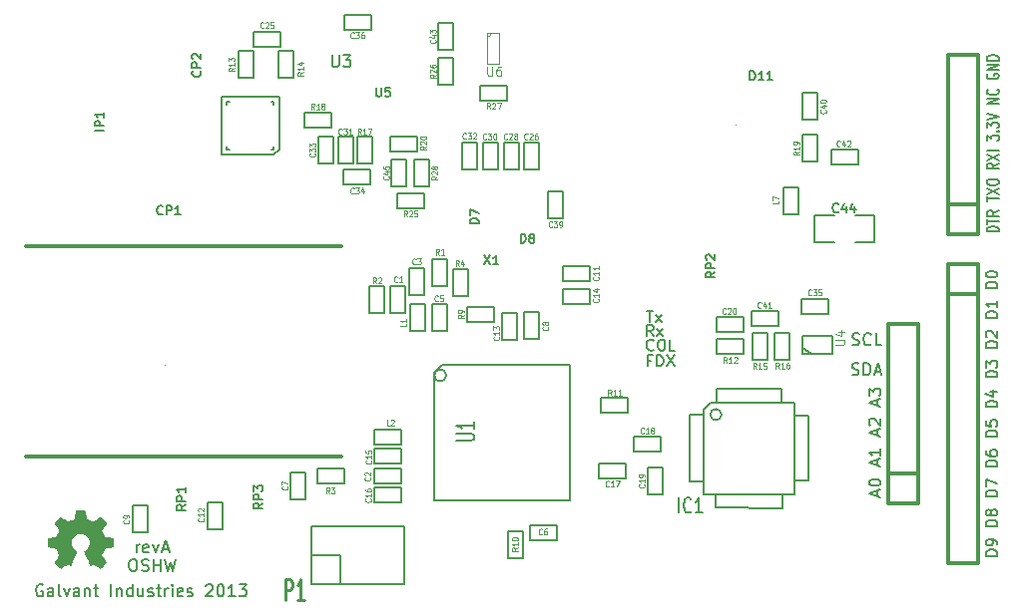
<source format=gto>
G04 (created by PCBNEW (2013-mar-13)-testing) date Sun 24 Mar 2013 04:17:42 PM EDT*
%MOIN*%
G04 Gerber Fmt 3.4, Leading zero omitted, Abs format*
%FSLAX34Y34*%
G01*
G70*
G90*
G04 APERTURE LIST*
%ADD10C,0.006*%
%ADD11C,0.0055*%
%ADD12C,0.012*%
%ADD13C,0.0001*%
%ADD14C,0.0079*%
%ADD15C,0.00590551*%
%ADD16C,0.0059*%
%ADD17C,0.005*%
%ADD18C,0.0031*%
%ADD19C,3.93701e-06*%
%ADD20C,4.72441e-06*%
%ADD21C,0.0107*%
%ADD22C,0.008*%
%ADD23C,0.003*%
%ADD24C,0.0047*%
%ADD25C,0.0045*%
G04 APERTURE END LIST*
G54D10*
X93091Y-35815D02*
X92968Y-35815D01*
X92968Y-36009D02*
X92968Y-35639D01*
X93144Y-35639D01*
X93285Y-36009D02*
X93285Y-35639D01*
X93373Y-35639D01*
X93426Y-35657D01*
X93461Y-35692D01*
X93479Y-35727D01*
X93496Y-35798D01*
X93496Y-35851D01*
X93479Y-35921D01*
X93461Y-35956D01*
X93426Y-35992D01*
X93373Y-36009D01*
X93285Y-36009D01*
X93620Y-35639D02*
X93866Y-36009D01*
X93866Y-35639D02*
X93620Y-36009D01*
X93170Y-35454D02*
X93153Y-35472D01*
X93100Y-35489D01*
X93065Y-35489D01*
X93012Y-35472D01*
X92977Y-35436D01*
X92959Y-35401D01*
X92941Y-35331D01*
X92941Y-35278D01*
X92959Y-35207D01*
X92977Y-35172D01*
X93012Y-35137D01*
X93065Y-35119D01*
X93100Y-35119D01*
X93153Y-35137D01*
X93170Y-35155D01*
X93400Y-35119D02*
X93470Y-35119D01*
X93505Y-35137D01*
X93540Y-35172D01*
X93558Y-35243D01*
X93558Y-35366D01*
X93540Y-35436D01*
X93505Y-35472D01*
X93470Y-35489D01*
X93400Y-35489D01*
X93364Y-35472D01*
X93329Y-35436D01*
X93311Y-35366D01*
X93311Y-35243D01*
X93329Y-35172D01*
X93364Y-35137D01*
X93400Y-35119D01*
X93893Y-35489D02*
X93717Y-35489D01*
X93717Y-35119D01*
X93164Y-34989D02*
X93041Y-34813D01*
X92953Y-34989D02*
X92953Y-34619D01*
X93094Y-34619D01*
X93129Y-34637D01*
X93147Y-34655D01*
X93164Y-34690D01*
X93164Y-34743D01*
X93147Y-34778D01*
X93129Y-34795D01*
X93094Y-34813D01*
X92953Y-34813D01*
X93288Y-34989D02*
X93481Y-34743D01*
X93288Y-34743D02*
X93481Y-34989D01*
X92944Y-34159D02*
X93155Y-34159D01*
X93050Y-34529D02*
X93050Y-34159D01*
X93244Y-34529D02*
X93437Y-34283D01*
X93244Y-34283D02*
X93437Y-34529D01*
G54D11*
X104699Y-31508D02*
X104305Y-31508D01*
X104305Y-31437D01*
X104324Y-31394D01*
X104361Y-31365D01*
X104399Y-31351D01*
X104474Y-31337D01*
X104530Y-31337D01*
X104605Y-31351D01*
X104643Y-31365D01*
X104680Y-31394D01*
X104699Y-31437D01*
X104699Y-31508D01*
X104305Y-31251D02*
X104305Y-31080D01*
X104699Y-31165D02*
X104305Y-31165D01*
X104699Y-30808D02*
X104511Y-30908D01*
X104699Y-30980D02*
X104305Y-30980D01*
X104305Y-30865D01*
X104324Y-30837D01*
X104343Y-30822D01*
X104380Y-30808D01*
X104436Y-30808D01*
X104474Y-30822D01*
X104493Y-30837D01*
X104511Y-30865D01*
X104511Y-30980D01*
X104305Y-30494D02*
X104305Y-30322D01*
X104699Y-30408D02*
X104305Y-30408D01*
X104305Y-30251D02*
X104699Y-30051D01*
X104305Y-30051D02*
X104699Y-30251D01*
X104305Y-29880D02*
X104305Y-29822D01*
X104324Y-29794D01*
X104361Y-29765D01*
X104436Y-29751D01*
X104568Y-29751D01*
X104643Y-29765D01*
X104680Y-29794D01*
X104699Y-29822D01*
X104699Y-29880D01*
X104680Y-29908D01*
X104643Y-29937D01*
X104568Y-29951D01*
X104436Y-29951D01*
X104361Y-29937D01*
X104324Y-29908D01*
X104305Y-29880D01*
X104699Y-29222D02*
X104511Y-29322D01*
X104699Y-29394D02*
X104305Y-29394D01*
X104305Y-29280D01*
X104324Y-29251D01*
X104343Y-29237D01*
X104380Y-29222D01*
X104436Y-29222D01*
X104474Y-29237D01*
X104493Y-29251D01*
X104511Y-29280D01*
X104511Y-29394D01*
X104305Y-29122D02*
X104699Y-28922D01*
X104305Y-28922D02*
X104699Y-29122D01*
X104699Y-28808D02*
X104305Y-28808D01*
X104305Y-28465D02*
X104305Y-28280D01*
X104455Y-28380D01*
X104455Y-28337D01*
X104474Y-28308D01*
X104493Y-28294D01*
X104530Y-28280D01*
X104624Y-28280D01*
X104661Y-28294D01*
X104680Y-28308D01*
X104699Y-28337D01*
X104699Y-28422D01*
X104680Y-28451D01*
X104661Y-28465D01*
X104661Y-28151D02*
X104680Y-28137D01*
X104699Y-28151D01*
X104680Y-28165D01*
X104661Y-28151D01*
X104699Y-28151D01*
X104305Y-28037D02*
X104305Y-27851D01*
X104455Y-27951D01*
X104455Y-27908D01*
X104474Y-27880D01*
X104493Y-27865D01*
X104530Y-27851D01*
X104624Y-27851D01*
X104661Y-27865D01*
X104680Y-27880D01*
X104699Y-27908D01*
X104699Y-27994D01*
X104680Y-28022D01*
X104661Y-28037D01*
X104305Y-27765D02*
X104699Y-27665D01*
X104305Y-27565D01*
X104699Y-27237D02*
X104305Y-27237D01*
X104699Y-27065D01*
X104305Y-27065D01*
X104661Y-26751D02*
X104680Y-26765D01*
X104699Y-26808D01*
X104699Y-26837D01*
X104680Y-26880D01*
X104643Y-26908D01*
X104605Y-26922D01*
X104530Y-26937D01*
X104474Y-26937D01*
X104399Y-26922D01*
X104361Y-26908D01*
X104324Y-26880D01*
X104305Y-26837D01*
X104305Y-26808D01*
X104324Y-26765D01*
X104343Y-26751D01*
X104324Y-26237D02*
X104305Y-26265D01*
X104305Y-26308D01*
X104324Y-26351D01*
X104361Y-26380D01*
X104399Y-26394D01*
X104474Y-26408D01*
X104530Y-26408D01*
X104605Y-26394D01*
X104643Y-26380D01*
X104680Y-26351D01*
X104699Y-26308D01*
X104699Y-26280D01*
X104680Y-26237D01*
X104661Y-26222D01*
X104530Y-26222D01*
X104530Y-26280D01*
X104699Y-26094D02*
X104305Y-26094D01*
X104699Y-25922D01*
X104305Y-25922D01*
X104699Y-25780D02*
X104305Y-25780D01*
X104305Y-25708D01*
X104324Y-25665D01*
X104361Y-25637D01*
X104399Y-25622D01*
X104474Y-25608D01*
X104530Y-25608D01*
X104605Y-25622D01*
X104643Y-25637D01*
X104680Y-25665D01*
X104699Y-25708D01*
X104699Y-25780D01*
G54D10*
X104659Y-42352D02*
X104265Y-42352D01*
X104265Y-42265D01*
X104284Y-42212D01*
X104321Y-42177D01*
X104359Y-42160D01*
X104434Y-42142D01*
X104490Y-42142D01*
X104565Y-42160D01*
X104603Y-42177D01*
X104640Y-42212D01*
X104659Y-42265D01*
X104659Y-42352D01*
X104659Y-41968D02*
X104659Y-41898D01*
X104640Y-41863D01*
X104621Y-41845D01*
X104565Y-41810D01*
X104490Y-41793D01*
X104340Y-41793D01*
X104303Y-41810D01*
X104284Y-41828D01*
X104265Y-41863D01*
X104265Y-41933D01*
X104284Y-41968D01*
X104303Y-41985D01*
X104340Y-42003D01*
X104434Y-42003D01*
X104471Y-41985D01*
X104490Y-41968D01*
X104509Y-41933D01*
X104509Y-41863D01*
X104490Y-41828D01*
X104471Y-41810D01*
X104434Y-41793D01*
X104659Y-41356D02*
X104265Y-41356D01*
X104265Y-41269D01*
X104284Y-41216D01*
X104321Y-41181D01*
X104359Y-41164D01*
X104434Y-41146D01*
X104490Y-41146D01*
X104565Y-41164D01*
X104603Y-41181D01*
X104640Y-41216D01*
X104659Y-41269D01*
X104659Y-41356D01*
X104434Y-40937D02*
X104415Y-40972D01*
X104396Y-40989D01*
X104359Y-41006D01*
X104340Y-41006D01*
X104303Y-40989D01*
X104284Y-40972D01*
X104265Y-40937D01*
X104265Y-40867D01*
X104284Y-40832D01*
X104303Y-40814D01*
X104340Y-40797D01*
X104359Y-40797D01*
X104396Y-40814D01*
X104415Y-40832D01*
X104434Y-40867D01*
X104434Y-40937D01*
X104453Y-40972D01*
X104471Y-40989D01*
X104509Y-41006D01*
X104584Y-41006D01*
X104621Y-40989D01*
X104640Y-40972D01*
X104659Y-40937D01*
X104659Y-40867D01*
X104640Y-40832D01*
X104621Y-40814D01*
X104584Y-40797D01*
X104509Y-40797D01*
X104471Y-40814D01*
X104453Y-40832D01*
X104434Y-40867D01*
X104659Y-40360D02*
X104265Y-40360D01*
X104265Y-40272D01*
X104284Y-40220D01*
X104321Y-40185D01*
X104359Y-40168D01*
X104434Y-40150D01*
X104490Y-40150D01*
X104565Y-40168D01*
X104603Y-40185D01*
X104640Y-40220D01*
X104659Y-40272D01*
X104659Y-40360D01*
X104265Y-40028D02*
X104265Y-39783D01*
X104659Y-39940D01*
X104659Y-39364D02*
X104265Y-39364D01*
X104265Y-39276D01*
X104284Y-39224D01*
X104321Y-39189D01*
X104359Y-39171D01*
X104434Y-39154D01*
X104490Y-39154D01*
X104565Y-39171D01*
X104603Y-39189D01*
X104640Y-39224D01*
X104659Y-39276D01*
X104659Y-39364D01*
X104265Y-38839D02*
X104265Y-38909D01*
X104284Y-38944D01*
X104303Y-38962D01*
X104359Y-38997D01*
X104434Y-39014D01*
X104584Y-39014D01*
X104621Y-38997D01*
X104640Y-38979D01*
X104659Y-38944D01*
X104659Y-38874D01*
X104640Y-38839D01*
X104621Y-38822D01*
X104584Y-38804D01*
X104490Y-38804D01*
X104453Y-38822D01*
X104434Y-38839D01*
X104415Y-38874D01*
X104415Y-38944D01*
X104434Y-38979D01*
X104453Y-38997D01*
X104490Y-39014D01*
X104659Y-38368D02*
X104265Y-38368D01*
X104265Y-38280D01*
X104284Y-38228D01*
X104321Y-38193D01*
X104359Y-38175D01*
X104434Y-38158D01*
X104490Y-38158D01*
X104565Y-38175D01*
X104603Y-38193D01*
X104640Y-38228D01*
X104659Y-38280D01*
X104659Y-38368D01*
X104265Y-37826D02*
X104265Y-38001D01*
X104453Y-38018D01*
X104434Y-38001D01*
X104415Y-37966D01*
X104415Y-37878D01*
X104434Y-37843D01*
X104453Y-37826D01*
X104490Y-37808D01*
X104584Y-37808D01*
X104621Y-37826D01*
X104640Y-37843D01*
X104659Y-37878D01*
X104659Y-37966D01*
X104640Y-38001D01*
X104621Y-38018D01*
X104659Y-37371D02*
X104265Y-37371D01*
X104265Y-37284D01*
X104284Y-37232D01*
X104321Y-37197D01*
X104359Y-37179D01*
X104434Y-37162D01*
X104490Y-37162D01*
X104565Y-37179D01*
X104603Y-37197D01*
X104640Y-37232D01*
X104659Y-37284D01*
X104659Y-37371D01*
X104396Y-36847D02*
X104659Y-36847D01*
X104246Y-36935D02*
X104528Y-37022D01*
X104528Y-36795D01*
X104659Y-36375D02*
X104265Y-36375D01*
X104265Y-36288D01*
X104284Y-36235D01*
X104321Y-36201D01*
X104359Y-36183D01*
X104434Y-36166D01*
X104490Y-36166D01*
X104565Y-36183D01*
X104603Y-36201D01*
X104640Y-36235D01*
X104659Y-36288D01*
X104659Y-36375D01*
X104265Y-36043D02*
X104265Y-35816D01*
X104415Y-35938D01*
X104415Y-35886D01*
X104434Y-35851D01*
X104453Y-35834D01*
X104490Y-35816D01*
X104584Y-35816D01*
X104621Y-35834D01*
X104640Y-35851D01*
X104659Y-35886D01*
X104659Y-35991D01*
X104640Y-36026D01*
X104621Y-36043D01*
X104659Y-35379D02*
X104265Y-35379D01*
X104265Y-35292D01*
X104284Y-35239D01*
X104321Y-35204D01*
X104359Y-35187D01*
X104434Y-35169D01*
X104490Y-35169D01*
X104565Y-35187D01*
X104603Y-35204D01*
X104640Y-35239D01*
X104659Y-35292D01*
X104659Y-35379D01*
X104303Y-35030D02*
X104284Y-35012D01*
X104265Y-34977D01*
X104265Y-34890D01*
X104284Y-34855D01*
X104303Y-34837D01*
X104340Y-34820D01*
X104378Y-34820D01*
X104434Y-34837D01*
X104659Y-35047D01*
X104659Y-34820D01*
X104659Y-34383D02*
X104265Y-34383D01*
X104265Y-34296D01*
X104284Y-34243D01*
X104321Y-34208D01*
X104359Y-34191D01*
X104434Y-34173D01*
X104490Y-34173D01*
X104565Y-34191D01*
X104603Y-34208D01*
X104640Y-34243D01*
X104659Y-34296D01*
X104659Y-34383D01*
X104659Y-33824D02*
X104659Y-34033D01*
X104659Y-33929D02*
X104265Y-33929D01*
X104321Y-33964D01*
X104359Y-33999D01*
X104378Y-34033D01*
X104659Y-33387D02*
X104265Y-33387D01*
X104265Y-33299D01*
X104284Y-33247D01*
X104321Y-33212D01*
X104359Y-33195D01*
X104434Y-33177D01*
X104490Y-33177D01*
X104565Y-33195D01*
X104603Y-33212D01*
X104640Y-33247D01*
X104659Y-33299D01*
X104659Y-33387D01*
X104265Y-32950D02*
X104265Y-32915D01*
X104284Y-32880D01*
X104303Y-32863D01*
X104340Y-32845D01*
X104415Y-32828D01*
X104509Y-32828D01*
X104584Y-32845D01*
X104621Y-32863D01*
X104640Y-32880D01*
X104659Y-32915D01*
X104659Y-32950D01*
X104640Y-32985D01*
X104621Y-33002D01*
X104584Y-33020D01*
X104509Y-33037D01*
X104415Y-33037D01*
X104340Y-33020D01*
X104303Y-33002D01*
X104284Y-32985D01*
X104265Y-32950D01*
X99811Y-35280D02*
X99867Y-35299D01*
X99961Y-35299D01*
X99998Y-35280D01*
X100017Y-35261D01*
X100036Y-35224D01*
X100036Y-35186D01*
X100017Y-35149D01*
X99998Y-35130D01*
X99961Y-35111D01*
X99886Y-35093D01*
X99848Y-35074D01*
X99830Y-35055D01*
X99811Y-35018D01*
X99811Y-34980D01*
X99830Y-34943D01*
X99848Y-34924D01*
X99886Y-34905D01*
X99980Y-34905D01*
X100036Y-34924D01*
X100429Y-35261D02*
X100411Y-35280D01*
X100354Y-35299D01*
X100317Y-35299D01*
X100261Y-35280D01*
X100223Y-35243D01*
X100205Y-35205D01*
X100186Y-35130D01*
X100186Y-35074D01*
X100205Y-34999D01*
X100223Y-34961D01*
X100261Y-34924D01*
X100317Y-34905D01*
X100354Y-34905D01*
X100411Y-34924D01*
X100429Y-34943D01*
X100786Y-35299D02*
X100598Y-35299D01*
X100598Y-34905D01*
X99801Y-36280D02*
X99858Y-36299D01*
X99951Y-36299D01*
X99989Y-36280D01*
X100008Y-36261D01*
X100026Y-36224D01*
X100026Y-36186D01*
X100008Y-36149D01*
X99989Y-36130D01*
X99951Y-36111D01*
X99876Y-36093D01*
X99839Y-36074D01*
X99820Y-36055D01*
X99801Y-36018D01*
X99801Y-35980D01*
X99820Y-35943D01*
X99839Y-35924D01*
X99876Y-35905D01*
X99970Y-35905D01*
X100026Y-35924D01*
X100195Y-36299D02*
X100195Y-35905D01*
X100289Y-35905D01*
X100345Y-35924D01*
X100383Y-35961D01*
X100401Y-35999D01*
X100420Y-36074D01*
X100420Y-36130D01*
X100401Y-36205D01*
X100383Y-36243D01*
X100345Y-36280D01*
X100289Y-36299D01*
X100195Y-36299D01*
X100570Y-36186D02*
X100758Y-36186D01*
X100533Y-36299D02*
X100664Y-35905D01*
X100795Y-36299D01*
X100646Y-40345D02*
X100646Y-40157D01*
X100759Y-40382D02*
X100365Y-40251D01*
X100759Y-40120D01*
X100365Y-39913D02*
X100365Y-39876D01*
X100384Y-39838D01*
X100403Y-39820D01*
X100440Y-39801D01*
X100515Y-39782D01*
X100609Y-39782D01*
X100684Y-39801D01*
X100721Y-39820D01*
X100740Y-39838D01*
X100759Y-39876D01*
X100759Y-39913D01*
X100740Y-39951D01*
X100721Y-39970D01*
X100684Y-39988D01*
X100609Y-40007D01*
X100515Y-40007D01*
X100440Y-39988D01*
X100403Y-39970D01*
X100384Y-39951D01*
X100365Y-39913D01*
X100646Y-39332D02*
X100646Y-39145D01*
X100759Y-39370D02*
X100365Y-39238D01*
X100759Y-39107D01*
X100759Y-38770D02*
X100759Y-38995D01*
X100759Y-38882D02*
X100365Y-38882D01*
X100421Y-38920D01*
X100459Y-38957D01*
X100478Y-38995D01*
X100646Y-38320D02*
X100646Y-38132D01*
X100759Y-38357D02*
X100365Y-38226D01*
X100759Y-38095D01*
X100403Y-37982D02*
X100384Y-37964D01*
X100365Y-37926D01*
X100365Y-37832D01*
X100384Y-37795D01*
X100403Y-37776D01*
X100440Y-37757D01*
X100478Y-37757D01*
X100534Y-37776D01*
X100759Y-38001D01*
X100759Y-37757D01*
X100646Y-37307D02*
X100646Y-37120D01*
X100759Y-37345D02*
X100365Y-37214D01*
X100759Y-37082D01*
X100365Y-36989D02*
X100365Y-36745D01*
X100515Y-36876D01*
X100515Y-36820D01*
X100534Y-36782D01*
X100553Y-36764D01*
X100590Y-36745D01*
X100684Y-36745D01*
X100721Y-36764D01*
X100740Y-36782D01*
X100759Y-36820D01*
X100759Y-36932D01*
X100740Y-36970D01*
X100721Y-36989D01*
X75896Y-42241D02*
X75896Y-41975D01*
X75896Y-42051D02*
X75915Y-42013D01*
X75934Y-41994D01*
X75972Y-41975D01*
X76010Y-41975D01*
X76296Y-42222D02*
X76258Y-42241D01*
X76181Y-42241D01*
X76143Y-42222D01*
X76124Y-42184D01*
X76124Y-42032D01*
X76143Y-41994D01*
X76181Y-41975D01*
X76258Y-41975D01*
X76296Y-41994D01*
X76315Y-42032D01*
X76315Y-42070D01*
X76124Y-42108D01*
X76448Y-41975D02*
X76543Y-42241D01*
X76639Y-41975D01*
X76772Y-42127D02*
X76962Y-42127D01*
X76734Y-42241D02*
X76867Y-41841D01*
X77000Y-42241D01*
X75753Y-42461D02*
X75829Y-42461D01*
X75867Y-42480D01*
X75905Y-42519D01*
X75924Y-42595D01*
X75924Y-42728D01*
X75905Y-42804D01*
X75867Y-42842D01*
X75829Y-42861D01*
X75753Y-42861D01*
X75715Y-42842D01*
X75677Y-42804D01*
X75658Y-42728D01*
X75658Y-42595D01*
X75677Y-42519D01*
X75715Y-42480D01*
X75753Y-42461D01*
X76077Y-42842D02*
X76134Y-42861D01*
X76229Y-42861D01*
X76267Y-42842D01*
X76286Y-42823D01*
X76305Y-42785D01*
X76305Y-42747D01*
X76286Y-42709D01*
X76267Y-42690D01*
X76229Y-42671D01*
X76153Y-42652D01*
X76115Y-42633D01*
X76096Y-42614D01*
X76077Y-42576D01*
X76077Y-42538D01*
X76096Y-42500D01*
X76115Y-42480D01*
X76153Y-42461D01*
X76248Y-42461D01*
X76305Y-42480D01*
X76477Y-42861D02*
X76477Y-42461D01*
X76477Y-42652D02*
X76705Y-42652D01*
X76705Y-42861D02*
X76705Y-42461D01*
X76858Y-42461D02*
X76953Y-42861D01*
X77029Y-42576D01*
X77105Y-42861D01*
X77200Y-42461D01*
X72769Y-43324D02*
X72732Y-43305D01*
X72676Y-43305D01*
X72619Y-43324D01*
X72582Y-43361D01*
X72563Y-43399D01*
X72544Y-43474D01*
X72544Y-43530D01*
X72563Y-43605D01*
X72582Y-43643D01*
X72619Y-43680D01*
X72676Y-43699D01*
X72713Y-43699D01*
X72769Y-43680D01*
X72788Y-43661D01*
X72788Y-43530D01*
X72713Y-43530D01*
X73125Y-43699D02*
X73125Y-43493D01*
X73107Y-43455D01*
X73069Y-43436D01*
X72994Y-43436D01*
X72957Y-43455D01*
X73125Y-43680D02*
X73088Y-43699D01*
X72994Y-43699D01*
X72957Y-43680D01*
X72938Y-43643D01*
X72938Y-43605D01*
X72957Y-43568D01*
X72994Y-43549D01*
X73088Y-43549D01*
X73125Y-43530D01*
X73369Y-43699D02*
X73332Y-43680D01*
X73313Y-43643D01*
X73313Y-43305D01*
X73482Y-43436D02*
X73575Y-43699D01*
X73669Y-43436D01*
X73988Y-43699D02*
X73988Y-43493D01*
X73969Y-43455D01*
X73932Y-43436D01*
X73857Y-43436D01*
X73819Y-43455D01*
X73988Y-43680D02*
X73950Y-43699D01*
X73857Y-43699D01*
X73819Y-43680D01*
X73800Y-43643D01*
X73800Y-43605D01*
X73819Y-43568D01*
X73857Y-43549D01*
X73950Y-43549D01*
X73988Y-43530D01*
X74175Y-43436D02*
X74175Y-43699D01*
X74175Y-43474D02*
X74194Y-43455D01*
X74232Y-43436D01*
X74288Y-43436D01*
X74325Y-43455D01*
X74344Y-43493D01*
X74344Y-43699D01*
X74475Y-43436D02*
X74625Y-43436D01*
X74532Y-43305D02*
X74532Y-43643D01*
X74550Y-43680D01*
X74588Y-43699D01*
X74625Y-43699D01*
X75057Y-43699D02*
X75057Y-43305D01*
X75244Y-43436D02*
X75244Y-43699D01*
X75244Y-43474D02*
X75263Y-43455D01*
X75300Y-43436D01*
X75356Y-43436D01*
X75394Y-43455D01*
X75413Y-43493D01*
X75413Y-43699D01*
X75769Y-43699D02*
X75769Y-43305D01*
X75769Y-43680D02*
X75731Y-43699D01*
X75656Y-43699D01*
X75619Y-43680D01*
X75600Y-43661D01*
X75581Y-43624D01*
X75581Y-43511D01*
X75600Y-43474D01*
X75619Y-43455D01*
X75656Y-43436D01*
X75731Y-43436D01*
X75769Y-43455D01*
X76125Y-43436D02*
X76125Y-43699D01*
X75956Y-43436D02*
X75956Y-43643D01*
X75975Y-43680D01*
X76013Y-43699D01*
X76069Y-43699D01*
X76106Y-43680D01*
X76125Y-43661D01*
X76294Y-43680D02*
X76331Y-43699D01*
X76406Y-43699D01*
X76444Y-43680D01*
X76463Y-43643D01*
X76463Y-43624D01*
X76444Y-43586D01*
X76406Y-43568D01*
X76350Y-43568D01*
X76313Y-43549D01*
X76294Y-43511D01*
X76294Y-43493D01*
X76313Y-43455D01*
X76350Y-43436D01*
X76406Y-43436D01*
X76444Y-43455D01*
X76575Y-43436D02*
X76725Y-43436D01*
X76631Y-43305D02*
X76631Y-43643D01*
X76650Y-43680D01*
X76688Y-43699D01*
X76725Y-43699D01*
X76856Y-43699D02*
X76856Y-43436D01*
X76856Y-43511D02*
X76875Y-43474D01*
X76894Y-43455D01*
X76931Y-43436D01*
X76969Y-43436D01*
X77100Y-43699D02*
X77100Y-43436D01*
X77100Y-43305D02*
X77081Y-43324D01*
X77100Y-43343D01*
X77119Y-43324D01*
X77100Y-43305D01*
X77100Y-43343D01*
X77437Y-43680D02*
X77400Y-43699D01*
X77325Y-43699D01*
X77287Y-43680D01*
X77269Y-43643D01*
X77269Y-43493D01*
X77287Y-43455D01*
X77325Y-43436D01*
X77400Y-43436D01*
X77437Y-43455D01*
X77456Y-43493D01*
X77456Y-43530D01*
X77269Y-43568D01*
X77606Y-43680D02*
X77644Y-43699D01*
X77719Y-43699D01*
X77756Y-43680D01*
X77775Y-43643D01*
X77775Y-43624D01*
X77756Y-43586D01*
X77719Y-43568D01*
X77662Y-43568D01*
X77625Y-43549D01*
X77606Y-43511D01*
X77606Y-43493D01*
X77625Y-43455D01*
X77662Y-43436D01*
X77719Y-43436D01*
X77756Y-43455D01*
X78225Y-43343D02*
X78244Y-43324D01*
X78281Y-43305D01*
X78375Y-43305D01*
X78412Y-43324D01*
X78431Y-43343D01*
X78450Y-43380D01*
X78450Y-43418D01*
X78431Y-43474D01*
X78206Y-43699D01*
X78450Y-43699D01*
X78694Y-43305D02*
X78731Y-43305D01*
X78769Y-43324D01*
X78787Y-43343D01*
X78806Y-43380D01*
X78825Y-43455D01*
X78825Y-43549D01*
X78806Y-43624D01*
X78787Y-43661D01*
X78769Y-43680D01*
X78731Y-43699D01*
X78694Y-43699D01*
X78656Y-43680D01*
X78637Y-43661D01*
X78619Y-43624D01*
X78600Y-43549D01*
X78600Y-43455D01*
X78619Y-43380D01*
X78637Y-43343D01*
X78656Y-43324D01*
X78694Y-43305D01*
X79200Y-43699D02*
X78975Y-43699D01*
X79087Y-43699D02*
X79087Y-43305D01*
X79050Y-43361D01*
X79012Y-43399D01*
X78975Y-43418D01*
X79331Y-43305D02*
X79575Y-43305D01*
X79443Y-43455D01*
X79500Y-43455D01*
X79537Y-43474D01*
X79556Y-43493D01*
X79575Y-43530D01*
X79575Y-43624D01*
X79556Y-43661D01*
X79537Y-43680D01*
X79500Y-43699D01*
X79387Y-43699D01*
X79350Y-43680D01*
X79331Y-43661D01*
G54D12*
X72220Y-39010D02*
X76920Y-39010D01*
X76430Y-39010D02*
X82760Y-39010D01*
X72220Y-31990D02*
X76920Y-31990D01*
X76430Y-31990D02*
X82760Y-31990D01*
G54D13*
G36*
X73376Y-42784D02*
X73388Y-42778D01*
X73413Y-42762D01*
X73450Y-42738D01*
X73493Y-42709D01*
X73537Y-42679D01*
X73572Y-42655D01*
X73597Y-42639D01*
X73608Y-42634D01*
X73613Y-42636D01*
X73634Y-42646D01*
X73664Y-42661D01*
X73681Y-42670D01*
X73709Y-42682D01*
X73722Y-42684D01*
X73725Y-42681D01*
X73735Y-42660D01*
X73750Y-42624D01*
X73771Y-42576D01*
X73795Y-42521D01*
X73820Y-42461D01*
X73846Y-42400D01*
X73870Y-42341D01*
X73891Y-42289D01*
X73908Y-42246D01*
X73920Y-42217D01*
X73924Y-42204D01*
X73923Y-42201D01*
X73909Y-42188D01*
X73885Y-42170D01*
X73833Y-42128D01*
X73782Y-42064D01*
X73751Y-41991D01*
X73740Y-41911D01*
X73749Y-41836D01*
X73779Y-41764D01*
X73829Y-41700D01*
X73889Y-41652D01*
X73960Y-41621D01*
X74040Y-41612D01*
X74116Y-41620D01*
X74189Y-41649D01*
X74254Y-41698D01*
X74281Y-41730D01*
X74319Y-41795D01*
X74340Y-41865D01*
X74343Y-41883D01*
X74339Y-41960D01*
X74317Y-42033D01*
X74276Y-42099D01*
X74220Y-42153D01*
X74213Y-42159D01*
X74186Y-42178D01*
X74169Y-42192D01*
X74155Y-42203D01*
X74253Y-42439D01*
X74269Y-42476D01*
X74296Y-42541D01*
X74319Y-42596D01*
X74338Y-42640D01*
X74351Y-42670D01*
X74357Y-42682D01*
X74358Y-42682D01*
X74366Y-42684D01*
X74384Y-42677D01*
X74417Y-42661D01*
X74439Y-42650D01*
X74464Y-42638D01*
X74475Y-42634D01*
X74485Y-42639D01*
X74509Y-42654D01*
X74544Y-42678D01*
X74586Y-42707D01*
X74626Y-42734D01*
X74663Y-42758D01*
X74690Y-42775D01*
X74703Y-42782D01*
X74705Y-42782D01*
X74717Y-42776D01*
X74738Y-42758D01*
X74770Y-42728D01*
X74816Y-42683D01*
X74823Y-42676D01*
X74860Y-42638D01*
X74890Y-42606D01*
X74911Y-42584D01*
X74918Y-42573D01*
X74918Y-42573D01*
X74911Y-42560D01*
X74894Y-42534D01*
X74870Y-42496D01*
X74840Y-42452D01*
X74762Y-42339D01*
X74805Y-42232D01*
X74818Y-42199D01*
X74835Y-42159D01*
X74847Y-42131D01*
X74853Y-42118D01*
X74865Y-42114D01*
X74894Y-42107D01*
X74937Y-42098D01*
X74988Y-42089D01*
X75036Y-42080D01*
X75079Y-42072D01*
X75111Y-42066D01*
X75125Y-42063D01*
X75129Y-42061D01*
X75131Y-42054D01*
X75133Y-42039D01*
X75134Y-42013D01*
X75135Y-41971D01*
X75135Y-41911D01*
X75135Y-41904D01*
X75134Y-41846D01*
X75133Y-41801D01*
X75132Y-41771D01*
X75130Y-41759D01*
X75130Y-41759D01*
X75116Y-41756D01*
X75085Y-41749D01*
X75042Y-41741D01*
X74990Y-41731D01*
X74986Y-41730D01*
X74935Y-41720D01*
X74891Y-41711D01*
X74861Y-41704D01*
X74848Y-41700D01*
X74845Y-41696D01*
X74835Y-41676D01*
X74820Y-41644D01*
X74803Y-41605D01*
X74786Y-41564D01*
X74771Y-41528D01*
X74761Y-41500D01*
X74758Y-41488D01*
X74759Y-41488D01*
X74766Y-41475D01*
X74784Y-41448D01*
X74809Y-41411D01*
X74840Y-41367D01*
X74842Y-41364D01*
X74872Y-41320D01*
X74896Y-41283D01*
X74912Y-41256D01*
X74918Y-41244D01*
X74918Y-41244D01*
X74908Y-41231D01*
X74886Y-41206D01*
X74854Y-41172D01*
X74815Y-41134D01*
X74803Y-41122D01*
X74761Y-41080D01*
X74731Y-41053D01*
X74713Y-41038D01*
X74704Y-41035D01*
X74703Y-41035D01*
X74690Y-41043D01*
X74663Y-41061D01*
X74625Y-41087D01*
X74581Y-41117D01*
X74578Y-41119D01*
X74534Y-41149D01*
X74497Y-41174D01*
X74471Y-41191D01*
X74460Y-41198D01*
X74458Y-41198D01*
X74440Y-41192D01*
X74409Y-41181D01*
X74371Y-41167D01*
X74330Y-41150D01*
X74294Y-41135D01*
X74266Y-41122D01*
X74253Y-41115D01*
X74253Y-41114D01*
X74248Y-41099D01*
X74240Y-41066D01*
X74231Y-41021D01*
X74221Y-40967D01*
X74219Y-40958D01*
X74209Y-40906D01*
X74201Y-40863D01*
X74195Y-40833D01*
X74192Y-40821D01*
X74184Y-40819D01*
X74159Y-40817D01*
X74120Y-40816D01*
X74073Y-40816D01*
X74024Y-40816D01*
X73975Y-40817D01*
X73934Y-40819D01*
X73904Y-40821D01*
X73892Y-40823D01*
X73892Y-40824D01*
X73887Y-40840D01*
X73880Y-40873D01*
X73871Y-40918D01*
X73860Y-40972D01*
X73858Y-40982D01*
X73849Y-41034D01*
X73840Y-41076D01*
X73834Y-41106D01*
X73830Y-41117D01*
X73826Y-41120D01*
X73804Y-41129D01*
X73769Y-41144D01*
X73726Y-41161D01*
X73626Y-41202D01*
X73503Y-41117D01*
X73491Y-41110D01*
X73447Y-41080D01*
X73411Y-41055D01*
X73386Y-41039D01*
X73375Y-41033D01*
X73374Y-41034D01*
X73362Y-41044D01*
X73338Y-41067D01*
X73304Y-41100D01*
X73266Y-41138D01*
X73237Y-41167D01*
X73203Y-41201D01*
X73182Y-41224D01*
X73170Y-41239D01*
X73166Y-41248D01*
X73167Y-41254D01*
X73175Y-41267D01*
X73193Y-41294D01*
X73218Y-41331D01*
X73248Y-41375D01*
X73273Y-41411D01*
X73299Y-41452D01*
X73317Y-41482D01*
X73323Y-41496D01*
X73321Y-41502D01*
X73313Y-41526D01*
X73298Y-41563D01*
X73280Y-41606D01*
X73237Y-41703D01*
X73173Y-41716D01*
X73134Y-41723D01*
X73080Y-41733D01*
X73029Y-41743D01*
X72948Y-41759D01*
X72945Y-42055D01*
X72957Y-42061D01*
X72969Y-42064D01*
X72999Y-42071D01*
X73042Y-42079D01*
X73092Y-42089D01*
X73135Y-42097D01*
X73179Y-42105D01*
X73210Y-42111D01*
X73224Y-42114D01*
X73227Y-42118D01*
X73238Y-42139D01*
X73253Y-42173D01*
X73270Y-42213D01*
X73288Y-42254D01*
X73303Y-42293D01*
X73314Y-42322D01*
X73318Y-42337D01*
X73312Y-42348D01*
X73295Y-42374D01*
X73271Y-42410D01*
X73242Y-42453D01*
X73213Y-42496D01*
X73188Y-42533D01*
X73171Y-42559D01*
X73163Y-42571D01*
X73167Y-42580D01*
X73184Y-42600D01*
X73217Y-42634D01*
X73265Y-42682D01*
X73273Y-42689D01*
X73311Y-42726D01*
X73344Y-42756D01*
X73366Y-42776D01*
X73376Y-42784D01*
X73376Y-42784D01*
G37*
G54D14*
X85850Y-40480D02*
X85850Y-36210D01*
X90380Y-40480D02*
X85870Y-40480D01*
X90380Y-35960D02*
X86100Y-35960D01*
X90380Y-40480D02*
X90380Y-35970D01*
X86250Y-36312D02*
G75*
G03X86250Y-36312I-200J0D01*
G74*
G01*
X86100Y-35962D02*
X85850Y-36212D01*
G54D15*
X82720Y-42320D02*
X81730Y-42320D01*
X82720Y-42310D02*
X82720Y-43290D01*
X84830Y-43290D02*
X81730Y-43290D01*
X81750Y-41350D02*
X84830Y-41350D01*
X81730Y-41360D02*
X81730Y-43280D01*
X84830Y-41370D02*
X84830Y-43290D01*
G54D16*
X80494Y-28940D02*
X78730Y-28940D01*
X80690Y-28744D02*
X80690Y-26980D01*
X80690Y-28744D02*
X80494Y-28940D01*
G54D14*
X80494Y-28646D02*
X80494Y-28744D01*
X80494Y-28744D02*
X80396Y-28744D01*
X80396Y-27176D02*
X80494Y-27176D01*
X80494Y-27176D02*
X80494Y-27274D01*
X78926Y-27274D02*
X78926Y-27176D01*
X78926Y-27176D02*
X79024Y-27176D01*
X79024Y-28744D02*
X78926Y-28744D01*
X78926Y-28744D02*
X78926Y-28646D01*
G54D16*
X78730Y-26980D02*
X80690Y-26980D01*
X78730Y-28940D02*
X78730Y-26980D01*
G54D10*
X98350Y-39840D02*
X97900Y-39840D01*
X98350Y-37660D02*
X97910Y-37660D01*
X98350Y-39840D02*
X98350Y-37660D01*
X97470Y-40310D02*
X97470Y-40740D01*
X95260Y-40320D02*
X95260Y-40740D01*
X95250Y-40740D02*
X97470Y-40750D01*
X95270Y-36770D02*
X97440Y-36760D01*
X94840Y-37460D02*
X94840Y-40290D01*
X97450Y-36770D02*
X97450Y-37180D01*
X95090Y-37220D02*
X97870Y-37220D01*
X97890Y-40300D02*
X97890Y-37260D01*
X94840Y-40300D02*
X97840Y-40300D01*
X94390Y-37630D02*
X94390Y-39850D01*
X94390Y-39850D02*
X94840Y-39850D01*
X94844Y-37450D02*
X95074Y-37220D01*
X94392Y-37630D02*
X94844Y-37630D01*
X95270Y-37220D02*
X95270Y-36768D01*
X95440Y-37624D02*
G75*
G03X95440Y-37624I-188J0D01*
G74*
G01*
G54D17*
X98460Y-35580D02*
X98160Y-35380D01*
X99160Y-35580D02*
X98135Y-35580D01*
X98135Y-35580D02*
X98135Y-34980D01*
X98135Y-34980D02*
X99160Y-34980D01*
X99160Y-34980D02*
X99160Y-35580D01*
G54D18*
X87734Y-24922D02*
G75*
G03X87734Y-24922I-62J0D01*
G74*
G01*
X88010Y-25885D02*
X87610Y-25885D01*
X88010Y-24860D02*
X87610Y-24860D01*
X87610Y-25885D02*
X87610Y-24860D01*
X88010Y-24860D02*
X88010Y-25885D01*
G54D17*
X98560Y-30945D02*
X98560Y-31845D01*
X98560Y-31845D02*
X99210Y-31845D01*
X99910Y-30945D02*
X100560Y-30945D01*
X100560Y-30945D02*
X100560Y-31845D01*
X100560Y-31845D02*
X99910Y-31845D01*
X99210Y-30945D02*
X98560Y-30945D01*
X82835Y-24260D02*
X83735Y-24260D01*
X83735Y-24260D02*
X83735Y-24760D01*
X83735Y-24760D02*
X82835Y-24760D01*
X82835Y-24760D02*
X82835Y-24260D01*
X79310Y-26360D02*
X79310Y-25460D01*
X79310Y-25460D02*
X79810Y-25460D01*
X79810Y-25460D02*
X79810Y-26360D01*
X79810Y-26360D02*
X79310Y-26360D01*
X80710Y-25310D02*
X79810Y-25310D01*
X79810Y-25310D02*
X79810Y-24810D01*
X79810Y-24810D02*
X80710Y-24810D01*
X80710Y-24810D02*
X80710Y-25310D01*
X98010Y-30020D02*
X98010Y-30920D01*
X98010Y-30920D02*
X97510Y-30920D01*
X97510Y-30920D02*
X97510Y-30020D01*
X97510Y-30020D02*
X98010Y-30020D01*
X90150Y-30150D02*
X90150Y-31050D01*
X90150Y-31050D02*
X89650Y-31050D01*
X89650Y-31050D02*
X89650Y-30150D01*
X89650Y-30150D02*
X90150Y-30150D01*
X89360Y-28510D02*
X89360Y-29410D01*
X89360Y-29410D02*
X88860Y-29410D01*
X88860Y-29410D02*
X88860Y-28510D01*
X88860Y-28510D02*
X89360Y-28510D01*
X88685Y-28510D02*
X88685Y-29410D01*
X88685Y-29410D02*
X88185Y-29410D01*
X88185Y-29410D02*
X88185Y-28510D01*
X88185Y-28510D02*
X88685Y-28510D01*
X87985Y-28510D02*
X87985Y-29410D01*
X87985Y-29410D02*
X87485Y-29410D01*
X87485Y-29410D02*
X87485Y-28510D01*
X87485Y-28510D02*
X87985Y-28510D01*
X80660Y-26360D02*
X80660Y-25460D01*
X80660Y-25460D02*
X81160Y-25460D01*
X81160Y-25460D02*
X81160Y-26360D01*
X81160Y-26360D02*
X80660Y-26360D01*
X99110Y-28745D02*
X100010Y-28745D01*
X100010Y-28745D02*
X100010Y-29245D01*
X100010Y-29245D02*
X99110Y-29245D01*
X99110Y-29245D02*
X99110Y-28745D01*
X98635Y-26845D02*
X98635Y-27745D01*
X98635Y-27745D02*
X98135Y-27745D01*
X98135Y-27745D02*
X98135Y-26845D01*
X98135Y-26845D02*
X98635Y-26845D01*
X98635Y-28270D02*
X98635Y-29170D01*
X98635Y-29170D02*
X98135Y-29170D01*
X98135Y-29170D02*
X98135Y-28270D01*
X98135Y-28270D02*
X98635Y-28270D01*
X84610Y-30235D02*
X85510Y-30235D01*
X85510Y-30235D02*
X85510Y-30735D01*
X85510Y-30735D02*
X84610Y-30735D01*
X84610Y-30735D02*
X84610Y-30235D01*
X84910Y-29085D02*
X84910Y-29985D01*
X84910Y-29985D02*
X84410Y-29985D01*
X84410Y-29985D02*
X84410Y-29085D01*
X84410Y-29085D02*
X84910Y-29085D01*
X85685Y-29085D02*
X85685Y-29985D01*
X85685Y-29985D02*
X85185Y-29985D01*
X85185Y-29985D02*
X85185Y-29085D01*
X85185Y-29085D02*
X85685Y-29085D01*
X85285Y-28810D02*
X84385Y-28810D01*
X84385Y-28810D02*
X84385Y-28310D01*
X84385Y-28310D02*
X85285Y-28310D01*
X85285Y-28310D02*
X85285Y-28810D01*
X93420Y-38850D02*
X92520Y-38850D01*
X92520Y-38850D02*
X92520Y-38350D01*
X92520Y-38350D02*
X93420Y-38350D01*
X93420Y-38350D02*
X93420Y-38850D01*
X98110Y-33750D02*
X99010Y-33750D01*
X99010Y-33750D02*
X99010Y-34250D01*
X99010Y-34250D02*
X98110Y-34250D01*
X98110Y-34250D02*
X98110Y-33750D01*
X97220Y-35800D02*
X97220Y-34900D01*
X97220Y-34900D02*
X97720Y-34900D01*
X97720Y-34900D02*
X97720Y-35800D01*
X97720Y-35800D02*
X97220Y-35800D01*
X96970Y-34900D02*
X96970Y-35800D01*
X96970Y-35800D02*
X96470Y-35800D01*
X96470Y-35800D02*
X96470Y-34900D01*
X96470Y-34900D02*
X96970Y-34900D01*
X96450Y-34150D02*
X97350Y-34150D01*
X97350Y-34150D02*
X97350Y-34650D01*
X97350Y-34650D02*
X96450Y-34650D01*
X96450Y-34650D02*
X96450Y-34150D01*
X87285Y-28510D02*
X87285Y-29410D01*
X87285Y-29410D02*
X86785Y-29410D01*
X86785Y-29410D02*
X86785Y-28510D01*
X86785Y-28510D02*
X87285Y-28510D01*
X93470Y-39400D02*
X93470Y-40300D01*
X93470Y-40300D02*
X92970Y-40300D01*
X92970Y-40300D02*
X92970Y-39400D01*
X92970Y-39400D02*
X93470Y-39400D01*
X96170Y-34850D02*
X95270Y-34850D01*
X95270Y-34850D02*
X95270Y-34350D01*
X95270Y-34350D02*
X96170Y-34350D01*
X96170Y-34350D02*
X96170Y-34850D01*
X78790Y-40550D02*
X78790Y-41450D01*
X78790Y-41450D02*
X78290Y-41450D01*
X78290Y-41450D02*
X78290Y-40550D01*
X78290Y-40550D02*
X78790Y-40550D01*
X76270Y-40670D02*
X76270Y-41570D01*
X76270Y-41570D02*
X75770Y-41570D01*
X75770Y-41570D02*
X75770Y-40670D01*
X75770Y-40670D02*
X76270Y-40670D01*
X87385Y-26610D02*
X88285Y-26610D01*
X88285Y-26610D02*
X88285Y-27110D01*
X88285Y-27110D02*
X87385Y-27110D01*
X87385Y-27110D02*
X87385Y-26610D01*
X84190Y-33330D02*
X84190Y-34230D01*
X84190Y-34230D02*
X83690Y-34230D01*
X83690Y-34230D02*
X83690Y-33330D01*
X83690Y-33330D02*
X84190Y-33330D01*
X82830Y-39930D02*
X81930Y-39930D01*
X81930Y-39930D02*
X81930Y-39430D01*
X81930Y-39430D02*
X82830Y-39430D01*
X82830Y-39430D02*
X82830Y-39930D01*
X88810Y-41510D02*
X88810Y-42410D01*
X88810Y-42410D02*
X88310Y-42410D01*
X88310Y-42410D02*
X88310Y-41510D01*
X88310Y-41510D02*
X88810Y-41510D01*
X91410Y-37070D02*
X92310Y-37070D01*
X92310Y-37070D02*
X92310Y-37570D01*
X92310Y-37570D02*
X91410Y-37570D01*
X91410Y-37570D02*
X91410Y-37070D01*
X86950Y-34030D02*
X87850Y-34030D01*
X87850Y-34030D02*
X87850Y-34530D01*
X87850Y-34530D02*
X86950Y-34530D01*
X86950Y-34530D02*
X86950Y-34030D01*
X91030Y-33910D02*
X90130Y-33910D01*
X90130Y-33910D02*
X90130Y-33410D01*
X90130Y-33410D02*
X91030Y-33410D01*
X91030Y-33410D02*
X91030Y-33910D01*
X91030Y-33170D02*
X90130Y-33170D01*
X90130Y-33170D02*
X90130Y-32670D01*
X90130Y-32670D02*
X91030Y-32670D01*
X91030Y-32670D02*
X91030Y-33170D01*
X86290Y-32410D02*
X86290Y-33310D01*
X86290Y-33310D02*
X85790Y-33310D01*
X85790Y-33310D02*
X85790Y-32410D01*
X85790Y-32410D02*
X86290Y-32410D01*
X86970Y-32750D02*
X86970Y-33650D01*
X86970Y-33650D02*
X86470Y-33650D01*
X86470Y-33650D02*
X86470Y-32750D01*
X86470Y-32750D02*
X86970Y-32750D01*
X84750Y-40570D02*
X83850Y-40570D01*
X83850Y-40570D02*
X83850Y-40070D01*
X83850Y-40070D02*
X84750Y-40070D01*
X84750Y-40070D02*
X84750Y-40570D01*
X86485Y-25685D02*
X86485Y-26585D01*
X86485Y-26585D02*
X85985Y-26585D01*
X85985Y-26585D02*
X85985Y-25685D01*
X85985Y-25685D02*
X86485Y-25685D01*
X86485Y-24510D02*
X86485Y-25410D01*
X86485Y-25410D02*
X85985Y-25410D01*
X85985Y-25410D02*
X85985Y-24510D01*
X85985Y-24510D02*
X86485Y-24510D01*
X83135Y-28335D02*
X83135Y-29235D01*
X83135Y-29235D02*
X82635Y-29235D01*
X82635Y-29235D02*
X82635Y-28335D01*
X82635Y-28335D02*
X83135Y-28335D01*
X81510Y-27510D02*
X82410Y-27510D01*
X82410Y-27510D02*
X82410Y-28010D01*
X82410Y-28010D02*
X81510Y-28010D01*
X81510Y-28010D02*
X81510Y-27510D01*
X82485Y-28335D02*
X82485Y-29235D01*
X82485Y-29235D02*
X81985Y-29235D01*
X81985Y-29235D02*
X81985Y-28335D01*
X81985Y-28335D02*
X82485Y-28335D01*
X83710Y-29935D02*
X82810Y-29935D01*
X82810Y-29935D02*
X82810Y-29435D01*
X82810Y-29435D02*
X83710Y-29435D01*
X83710Y-29435D02*
X83710Y-29935D01*
X83785Y-28335D02*
X83785Y-29235D01*
X83785Y-29235D02*
X83285Y-29235D01*
X83285Y-29235D02*
X83285Y-28335D01*
X83285Y-28335D02*
X83785Y-28335D01*
X91350Y-39270D02*
X92250Y-39270D01*
X92250Y-39270D02*
X92250Y-39770D01*
X92250Y-39770D02*
X91350Y-39770D01*
X91350Y-39770D02*
X91350Y-39270D01*
X95270Y-35100D02*
X96170Y-35100D01*
X96170Y-35100D02*
X96170Y-35600D01*
X96170Y-35600D02*
X95270Y-35600D01*
X95270Y-35600D02*
X95270Y-35100D01*
X84750Y-39270D02*
X83850Y-39270D01*
X83850Y-39270D02*
X83850Y-38770D01*
X83850Y-38770D02*
X84750Y-38770D01*
X84750Y-38770D02*
X84750Y-39270D01*
X88110Y-35110D02*
X88110Y-34210D01*
X88110Y-34210D02*
X88610Y-34210D01*
X88610Y-34210D02*
X88610Y-35110D01*
X88610Y-35110D02*
X88110Y-35110D01*
X88850Y-35090D02*
X88850Y-34190D01*
X88850Y-34190D02*
X89350Y-34190D01*
X89350Y-34190D02*
X89350Y-35090D01*
X89350Y-35090D02*
X88850Y-35090D01*
X83850Y-38110D02*
X84750Y-38110D01*
X84750Y-38110D02*
X84750Y-38610D01*
X84750Y-38610D02*
X83850Y-38610D01*
X83850Y-38610D02*
X83850Y-38110D01*
X84750Y-39930D02*
X83850Y-39930D01*
X83850Y-39930D02*
X83850Y-39430D01*
X83850Y-39430D02*
X84750Y-39430D01*
X84750Y-39430D02*
X84750Y-39930D01*
X89030Y-41310D02*
X89930Y-41310D01*
X89930Y-41310D02*
X89930Y-41810D01*
X89930Y-41810D02*
X89030Y-41810D01*
X89030Y-41810D02*
X89030Y-41310D01*
X85530Y-33930D02*
X85530Y-34830D01*
X85530Y-34830D02*
X85030Y-34830D01*
X85030Y-34830D02*
X85030Y-33930D01*
X85030Y-33930D02*
X85530Y-33930D01*
X85770Y-34830D02*
X85770Y-33930D01*
X85770Y-33930D02*
X86270Y-33930D01*
X86270Y-33930D02*
X86270Y-34830D01*
X86270Y-34830D02*
X85770Y-34830D01*
G54D12*
X104000Y-31600D02*
X103000Y-31600D01*
X103000Y-31600D02*
X103000Y-25600D01*
X103000Y-25600D02*
X104000Y-25600D01*
X104000Y-25600D02*
X104000Y-31600D01*
X104000Y-30600D02*
X103000Y-30600D01*
X102000Y-40600D02*
X101000Y-40600D01*
X101000Y-40600D02*
X101000Y-34600D01*
X101000Y-34600D02*
X102000Y-34600D01*
X102000Y-34600D02*
X102000Y-40600D01*
X102000Y-39600D02*
X101000Y-39600D01*
X103000Y-32600D02*
X104000Y-32600D01*
X104000Y-32600D02*
X104000Y-42600D01*
X104000Y-42600D02*
X103000Y-42600D01*
X103000Y-42600D02*
X103000Y-32600D01*
X103000Y-33600D02*
X104000Y-33600D01*
G54D17*
X84370Y-34230D02*
X84370Y-33330D01*
X84370Y-33330D02*
X84870Y-33330D01*
X84870Y-33330D02*
X84870Y-34230D01*
X84870Y-34230D02*
X84370Y-34230D01*
X85010Y-33630D02*
X85010Y-32730D01*
X85010Y-32730D02*
X85510Y-32730D01*
X85510Y-32730D02*
X85510Y-33630D01*
X85510Y-33630D02*
X85010Y-33630D01*
X81550Y-39570D02*
X81550Y-40470D01*
X81550Y-40470D02*
X81050Y-40470D01*
X81050Y-40470D02*
X81050Y-39570D01*
X81050Y-39570D02*
X81550Y-39570D01*
G54D19*
X76829Y-35950D02*
X76830Y-35950D01*
X76830Y-35950D01*
X76830Y-35950D01*
X76830Y-35950D01*
X76830Y-35950D01*
X76830Y-35950D01*
X76830Y-35950D01*
X76830Y-35950D01*
X76829Y-35950D01*
X76829Y-35949D02*
X76829Y-35949D01*
X76829Y-35949D01*
X76829Y-35949D01*
X76829Y-35949D01*
X76829Y-35949D01*
X76829Y-35949D01*
X76829Y-35949D01*
X76829Y-35949D01*
X76830Y-35949D01*
X76830Y-35949D01*
G54D20*
G54D17*
X80121Y-40580D02*
X79978Y-40680D01*
X80121Y-40751D02*
X79821Y-40751D01*
X79821Y-40637D01*
X79835Y-40608D01*
X79850Y-40594D01*
X79878Y-40580D01*
X79921Y-40580D01*
X79950Y-40594D01*
X79964Y-40608D01*
X79978Y-40637D01*
X79978Y-40751D01*
X80121Y-40451D02*
X79821Y-40451D01*
X79821Y-40337D01*
X79835Y-40308D01*
X79850Y-40294D01*
X79878Y-40280D01*
X79921Y-40280D01*
X79950Y-40294D01*
X79964Y-40308D01*
X79978Y-40337D01*
X79978Y-40451D01*
X79821Y-40180D02*
X79821Y-39994D01*
X79935Y-40094D01*
X79935Y-40051D01*
X79950Y-40022D01*
X79964Y-40008D01*
X79992Y-39994D01*
X80064Y-39994D01*
X80092Y-40008D01*
X80107Y-40022D01*
X80121Y-40051D01*
X80121Y-40137D01*
X80107Y-40165D01*
X80092Y-40180D01*
X77541Y-40640D02*
X77398Y-40740D01*
X77541Y-40811D02*
X77241Y-40811D01*
X77241Y-40697D01*
X77255Y-40668D01*
X77270Y-40654D01*
X77298Y-40640D01*
X77341Y-40640D01*
X77370Y-40654D01*
X77384Y-40668D01*
X77398Y-40697D01*
X77398Y-40811D01*
X77541Y-40511D02*
X77241Y-40511D01*
X77241Y-40397D01*
X77255Y-40368D01*
X77270Y-40354D01*
X77298Y-40340D01*
X77341Y-40340D01*
X77370Y-40354D01*
X77384Y-40368D01*
X77398Y-40397D01*
X77398Y-40511D01*
X77541Y-40054D02*
X77541Y-40225D01*
X77541Y-40140D02*
X77241Y-40140D01*
X77284Y-40168D01*
X77312Y-40197D01*
X77327Y-40225D01*
X95221Y-32860D02*
X95078Y-32960D01*
X95221Y-33031D02*
X94921Y-33031D01*
X94921Y-32917D01*
X94935Y-32888D01*
X94950Y-32874D01*
X94978Y-32860D01*
X95021Y-32860D01*
X95050Y-32874D01*
X95064Y-32888D01*
X95078Y-32917D01*
X95078Y-33031D01*
X95221Y-32731D02*
X94921Y-32731D01*
X94921Y-32617D01*
X94935Y-32588D01*
X94950Y-32574D01*
X94978Y-32560D01*
X95021Y-32560D01*
X95050Y-32574D01*
X95064Y-32588D01*
X95078Y-32617D01*
X95078Y-32731D01*
X94950Y-32445D02*
X94935Y-32431D01*
X94921Y-32402D01*
X94921Y-32331D01*
X94935Y-32302D01*
X94950Y-32288D01*
X94978Y-32274D01*
X95007Y-32274D01*
X95050Y-32288D01*
X95221Y-32460D01*
X95221Y-32274D01*
X87517Y-32301D02*
X87717Y-32601D01*
X87717Y-32301D02*
X87517Y-32601D01*
X87988Y-32601D02*
X87817Y-32601D01*
X87902Y-32601D02*
X87902Y-32301D01*
X87874Y-32344D01*
X87845Y-32372D01*
X87817Y-32387D01*
G54D14*
X86592Y-38494D02*
X87078Y-38494D01*
X87135Y-38475D01*
X87164Y-38456D01*
X87192Y-38418D01*
X87192Y-38342D01*
X87164Y-38304D01*
X87135Y-38285D01*
X87078Y-38266D01*
X86592Y-38266D01*
X87192Y-37866D02*
X87192Y-38094D01*
X87192Y-37980D02*
X86592Y-37980D01*
X86678Y-38018D01*
X86735Y-38056D01*
X86764Y-38094D01*
G54D21*
X80864Y-43815D02*
X80864Y-43134D01*
X81027Y-43134D01*
X81067Y-43167D01*
X81088Y-43199D01*
X81108Y-43264D01*
X81108Y-43361D01*
X81088Y-43426D01*
X81067Y-43458D01*
X81027Y-43491D01*
X80864Y-43491D01*
X81516Y-43815D02*
X81271Y-43815D01*
X81394Y-43815D02*
X81394Y-43134D01*
X81353Y-43231D01*
X81312Y-43296D01*
X81271Y-43329D01*
G54D12*
G54D17*
X74821Y-28112D02*
X74521Y-28112D01*
X74821Y-27969D02*
X74521Y-27969D01*
X74521Y-27855D01*
X74535Y-27827D01*
X74550Y-27812D01*
X74578Y-27798D01*
X74621Y-27798D01*
X74650Y-27812D01*
X74664Y-27827D01*
X74678Y-27855D01*
X74678Y-27969D01*
X74821Y-27512D02*
X74821Y-27684D01*
X74821Y-27598D02*
X74521Y-27598D01*
X74564Y-27627D01*
X74592Y-27655D01*
X74607Y-27684D01*
X78032Y-26140D02*
X78047Y-26154D01*
X78061Y-26197D01*
X78061Y-26225D01*
X78047Y-26268D01*
X78018Y-26297D01*
X77990Y-26311D01*
X77932Y-26325D01*
X77890Y-26325D01*
X77832Y-26311D01*
X77804Y-26297D01*
X77775Y-26268D01*
X77761Y-26225D01*
X77761Y-26197D01*
X77775Y-26154D01*
X77790Y-26140D01*
X78061Y-26011D02*
X77761Y-26011D01*
X77761Y-25897D01*
X77775Y-25868D01*
X77790Y-25854D01*
X77818Y-25840D01*
X77861Y-25840D01*
X77890Y-25854D01*
X77904Y-25868D01*
X77918Y-25897D01*
X77918Y-26011D01*
X77790Y-25725D02*
X77775Y-25711D01*
X77761Y-25682D01*
X77761Y-25611D01*
X77775Y-25582D01*
X77790Y-25568D01*
X77818Y-25554D01*
X77847Y-25554D01*
X77890Y-25568D01*
X78061Y-25740D01*
X78061Y-25554D01*
X76780Y-30912D02*
X76765Y-30927D01*
X76722Y-30941D01*
X76694Y-30941D01*
X76651Y-30927D01*
X76622Y-30898D01*
X76608Y-30870D01*
X76594Y-30812D01*
X76594Y-30770D01*
X76608Y-30712D01*
X76622Y-30684D01*
X76651Y-30655D01*
X76694Y-30641D01*
X76722Y-30641D01*
X76765Y-30655D01*
X76780Y-30670D01*
X76908Y-30941D02*
X76908Y-30641D01*
X77022Y-30641D01*
X77051Y-30655D01*
X77065Y-30670D01*
X77080Y-30698D01*
X77080Y-30741D01*
X77065Y-30770D01*
X77051Y-30784D01*
X77022Y-30798D01*
X76908Y-30798D01*
X77365Y-30941D02*
X77194Y-30941D01*
X77280Y-30941D02*
X77280Y-30641D01*
X77251Y-30684D01*
X77222Y-30712D01*
X77194Y-30727D01*
X96395Y-26441D02*
X96395Y-26141D01*
X96467Y-26141D01*
X96510Y-26155D01*
X96538Y-26184D01*
X96552Y-26212D01*
X96567Y-26270D01*
X96567Y-26312D01*
X96552Y-26370D01*
X96538Y-26398D01*
X96510Y-26427D01*
X96467Y-26441D01*
X96395Y-26441D01*
X96852Y-26441D02*
X96681Y-26441D01*
X96767Y-26441D02*
X96767Y-26141D01*
X96738Y-26184D01*
X96710Y-26212D01*
X96681Y-26227D01*
X97138Y-26441D02*
X96967Y-26441D01*
X97052Y-26441D02*
X97052Y-26141D01*
X97024Y-26184D01*
X96995Y-26212D01*
X96967Y-26227D01*
X88738Y-31881D02*
X88738Y-31581D01*
X88810Y-31581D01*
X88852Y-31595D01*
X88881Y-31624D01*
X88895Y-31652D01*
X88910Y-31710D01*
X88910Y-31752D01*
X88895Y-31810D01*
X88881Y-31838D01*
X88852Y-31867D01*
X88810Y-31881D01*
X88738Y-31881D01*
X89081Y-31710D02*
X89052Y-31695D01*
X89038Y-31681D01*
X89024Y-31652D01*
X89024Y-31638D01*
X89038Y-31610D01*
X89052Y-31595D01*
X89081Y-31581D01*
X89138Y-31581D01*
X89167Y-31595D01*
X89181Y-31610D01*
X89195Y-31638D01*
X89195Y-31652D01*
X89181Y-31681D01*
X89167Y-31695D01*
X89138Y-31710D01*
X89081Y-31710D01*
X89052Y-31724D01*
X89038Y-31738D01*
X89024Y-31767D01*
X89024Y-31824D01*
X89038Y-31852D01*
X89052Y-31867D01*
X89081Y-31881D01*
X89138Y-31881D01*
X89167Y-31867D01*
X89181Y-31852D01*
X89195Y-31824D01*
X89195Y-31767D01*
X89181Y-31738D01*
X89167Y-31724D01*
X89138Y-31710D01*
X87331Y-31231D02*
X87031Y-31231D01*
X87031Y-31160D01*
X87045Y-31117D01*
X87074Y-31088D01*
X87102Y-31074D01*
X87160Y-31060D01*
X87202Y-31060D01*
X87260Y-31074D01*
X87288Y-31088D01*
X87317Y-31117D01*
X87331Y-31160D01*
X87331Y-31231D01*
X87031Y-30960D02*
X87031Y-30760D01*
X87331Y-30888D01*
G54D19*
X95919Y-27940D02*
X95919Y-27940D01*
X95920Y-27940D02*
X95919Y-27940D01*
X95920Y-27939D02*
X95920Y-27939D01*
X95920Y-27939D02*
X95919Y-27939D01*
X95919Y-27939D01*
X95919Y-27939D01*
X95919Y-27939D01*
G54D20*
G54D17*
X83911Y-26681D02*
X83911Y-26924D01*
X83925Y-26952D01*
X83940Y-26967D01*
X83968Y-26981D01*
X84025Y-26981D01*
X84054Y-26967D01*
X84068Y-26952D01*
X84082Y-26924D01*
X84082Y-26681D01*
X84368Y-26681D02*
X84225Y-26681D01*
X84211Y-26824D01*
X84225Y-26810D01*
X84254Y-26795D01*
X84325Y-26795D01*
X84354Y-26810D01*
X84368Y-26824D01*
X84382Y-26852D01*
X84382Y-26924D01*
X84368Y-26952D01*
X84354Y-26967D01*
X84325Y-26981D01*
X84254Y-26981D01*
X84225Y-26967D01*
X84211Y-26952D01*
G54D10*
X82439Y-25605D02*
X82439Y-25924D01*
X82458Y-25961D01*
X82477Y-25980D01*
X82514Y-25999D01*
X82589Y-25999D01*
X82627Y-25980D01*
X82646Y-25961D01*
X82664Y-25924D01*
X82664Y-25605D01*
X82815Y-25605D02*
X83058Y-25605D01*
X82927Y-25755D01*
X82983Y-25755D01*
X83021Y-25774D01*
X83040Y-25793D01*
X83058Y-25830D01*
X83058Y-25924D01*
X83040Y-25961D01*
X83021Y-25980D01*
X82983Y-25999D01*
X82871Y-25999D01*
X82833Y-25980D01*
X82815Y-25961D01*
G54D22*
X94009Y-40902D02*
X94009Y-40402D01*
X94428Y-40854D02*
X94409Y-40878D01*
X94352Y-40902D01*
X94314Y-40902D01*
X94257Y-40878D01*
X94219Y-40830D01*
X94200Y-40783D01*
X94180Y-40688D01*
X94180Y-40616D01*
X94200Y-40521D01*
X94219Y-40473D01*
X94257Y-40426D01*
X94314Y-40402D01*
X94352Y-40402D01*
X94409Y-40426D01*
X94428Y-40450D01*
X94809Y-40902D02*
X94580Y-40902D01*
X94695Y-40902D02*
X94695Y-40402D01*
X94657Y-40473D01*
X94619Y-40521D01*
X94580Y-40545D01*
G54D23*
X99261Y-35288D02*
X99504Y-35288D01*
X99532Y-35274D01*
X99547Y-35260D01*
X99561Y-35231D01*
X99561Y-35174D01*
X99547Y-35145D01*
X99532Y-35131D01*
X99504Y-35117D01*
X99261Y-35117D01*
X99361Y-34845D02*
X99561Y-34845D01*
X99247Y-34917D02*
X99461Y-34988D01*
X99461Y-34802D01*
G54D24*
X87620Y-25993D02*
X87620Y-26236D01*
X87634Y-26264D01*
X87649Y-26279D01*
X87677Y-26293D01*
X87734Y-26293D01*
X87763Y-26279D01*
X87777Y-26264D01*
X87791Y-26236D01*
X87791Y-25993D01*
X88063Y-25993D02*
X88006Y-25993D01*
X87977Y-26007D01*
X87963Y-26022D01*
X87934Y-26064D01*
X87920Y-26122D01*
X87920Y-26236D01*
X87934Y-26264D01*
X87949Y-26279D01*
X87977Y-26293D01*
X88034Y-26293D01*
X88063Y-26279D01*
X88077Y-26264D01*
X88091Y-26236D01*
X88091Y-26164D01*
X88077Y-26136D01*
X88063Y-26122D01*
X88034Y-26107D01*
X87977Y-26107D01*
X87949Y-26122D01*
X87934Y-26136D01*
X87920Y-26164D01*
G54D17*
X99347Y-30832D02*
X99332Y-30847D01*
X99290Y-30861D01*
X99261Y-30861D01*
X99218Y-30847D01*
X99190Y-30818D01*
X99175Y-30790D01*
X99161Y-30732D01*
X99161Y-30690D01*
X99175Y-30632D01*
X99190Y-30604D01*
X99218Y-30575D01*
X99261Y-30561D01*
X99290Y-30561D01*
X99332Y-30575D01*
X99347Y-30590D01*
X99604Y-30661D02*
X99604Y-30861D01*
X99532Y-30547D02*
X99461Y-30761D01*
X99647Y-30761D01*
X99890Y-30661D02*
X99890Y-30861D01*
X99818Y-30547D02*
X99747Y-30761D01*
X99932Y-30761D01*
G54D25*
X83164Y-25021D02*
X83155Y-25031D01*
X83130Y-25040D01*
X83112Y-25040D01*
X83087Y-25031D01*
X83070Y-25012D01*
X83061Y-24993D01*
X83052Y-24955D01*
X83052Y-24926D01*
X83061Y-24888D01*
X83070Y-24869D01*
X83087Y-24850D01*
X83112Y-24840D01*
X83130Y-24840D01*
X83155Y-24850D01*
X83164Y-24860D01*
X83224Y-24840D02*
X83335Y-24840D01*
X83275Y-24917D01*
X83301Y-24917D01*
X83318Y-24926D01*
X83327Y-24936D01*
X83335Y-24955D01*
X83335Y-25002D01*
X83327Y-25021D01*
X83318Y-25031D01*
X83301Y-25040D01*
X83250Y-25040D01*
X83232Y-25031D01*
X83224Y-25021D01*
X83490Y-24840D02*
X83455Y-24840D01*
X83438Y-24850D01*
X83430Y-24860D01*
X83412Y-24888D01*
X83404Y-24926D01*
X83404Y-25002D01*
X83412Y-25021D01*
X83421Y-25031D01*
X83438Y-25040D01*
X83472Y-25040D01*
X83490Y-25031D01*
X83498Y-25021D01*
X83507Y-25002D01*
X83507Y-24955D01*
X83498Y-24936D01*
X83490Y-24926D01*
X83472Y-24917D01*
X83438Y-24917D01*
X83421Y-24926D01*
X83412Y-24936D01*
X83404Y-24955D01*
X79180Y-26035D02*
X79085Y-26095D01*
X79180Y-26138D02*
X78980Y-26138D01*
X78980Y-26070D01*
X78990Y-26052D01*
X79000Y-26044D01*
X79019Y-26035D01*
X79047Y-26035D01*
X79066Y-26044D01*
X79076Y-26052D01*
X79085Y-26070D01*
X79085Y-26138D01*
X79180Y-25864D02*
X79180Y-25967D01*
X79180Y-25915D02*
X78980Y-25915D01*
X79009Y-25932D01*
X79028Y-25950D01*
X79038Y-25967D01*
X78980Y-25804D02*
X78980Y-25692D01*
X79057Y-25752D01*
X79057Y-25727D01*
X79066Y-25710D01*
X79076Y-25701D01*
X79095Y-25692D01*
X79142Y-25692D01*
X79161Y-25701D01*
X79171Y-25710D01*
X79180Y-25727D01*
X79180Y-25778D01*
X79171Y-25795D01*
X79161Y-25804D01*
X80144Y-24681D02*
X80135Y-24691D01*
X80110Y-24700D01*
X80092Y-24700D01*
X80067Y-24691D01*
X80050Y-24672D01*
X80041Y-24653D01*
X80032Y-24615D01*
X80032Y-24586D01*
X80041Y-24548D01*
X80050Y-24529D01*
X80067Y-24510D01*
X80092Y-24500D01*
X80110Y-24500D01*
X80135Y-24510D01*
X80144Y-24520D01*
X80212Y-24520D02*
X80221Y-24510D01*
X80238Y-24500D01*
X80281Y-24500D01*
X80298Y-24510D01*
X80307Y-24520D01*
X80315Y-24539D01*
X80315Y-24558D01*
X80307Y-24586D01*
X80204Y-24700D01*
X80315Y-24700D01*
X80478Y-24500D02*
X80392Y-24500D01*
X80384Y-24596D01*
X80392Y-24586D01*
X80410Y-24577D01*
X80452Y-24577D01*
X80470Y-24586D01*
X80478Y-24596D01*
X80487Y-24615D01*
X80487Y-24662D01*
X80478Y-24681D01*
X80470Y-24691D01*
X80452Y-24700D01*
X80410Y-24700D01*
X80392Y-24691D01*
X80384Y-24681D01*
X97360Y-30490D02*
X97360Y-30575D01*
X97160Y-30575D01*
X97160Y-30447D02*
X97160Y-30327D01*
X97360Y-30404D01*
X89784Y-31341D02*
X89775Y-31351D01*
X89750Y-31360D01*
X89732Y-31360D01*
X89707Y-31351D01*
X89690Y-31332D01*
X89681Y-31313D01*
X89672Y-31275D01*
X89672Y-31246D01*
X89681Y-31208D01*
X89690Y-31189D01*
X89707Y-31170D01*
X89732Y-31160D01*
X89750Y-31160D01*
X89775Y-31170D01*
X89784Y-31180D01*
X89844Y-31160D02*
X89955Y-31160D01*
X89895Y-31237D01*
X89921Y-31237D01*
X89938Y-31246D01*
X89947Y-31256D01*
X89955Y-31275D01*
X89955Y-31322D01*
X89947Y-31341D01*
X89938Y-31351D01*
X89921Y-31360D01*
X89870Y-31360D01*
X89852Y-31351D01*
X89844Y-31341D01*
X90041Y-31360D02*
X90075Y-31360D01*
X90092Y-31351D01*
X90101Y-31341D01*
X90118Y-31313D01*
X90127Y-31275D01*
X90127Y-31199D01*
X90118Y-31180D01*
X90110Y-31170D01*
X90092Y-31160D01*
X90058Y-31160D01*
X90041Y-31170D01*
X90032Y-31180D01*
X90024Y-31199D01*
X90024Y-31246D01*
X90032Y-31265D01*
X90041Y-31275D01*
X90058Y-31284D01*
X90092Y-31284D01*
X90110Y-31275D01*
X90118Y-31265D01*
X90127Y-31246D01*
X88964Y-28401D02*
X88955Y-28411D01*
X88930Y-28420D01*
X88912Y-28420D01*
X88887Y-28411D01*
X88870Y-28392D01*
X88861Y-28373D01*
X88852Y-28335D01*
X88852Y-28306D01*
X88861Y-28268D01*
X88870Y-28249D01*
X88887Y-28230D01*
X88912Y-28220D01*
X88930Y-28220D01*
X88955Y-28230D01*
X88964Y-28240D01*
X89032Y-28240D02*
X89041Y-28230D01*
X89058Y-28220D01*
X89101Y-28220D01*
X89118Y-28230D01*
X89127Y-28240D01*
X89135Y-28259D01*
X89135Y-28278D01*
X89127Y-28306D01*
X89024Y-28420D01*
X89135Y-28420D01*
X89290Y-28220D02*
X89255Y-28220D01*
X89238Y-28230D01*
X89230Y-28240D01*
X89212Y-28268D01*
X89204Y-28306D01*
X89204Y-28382D01*
X89212Y-28401D01*
X89221Y-28411D01*
X89238Y-28420D01*
X89272Y-28420D01*
X89290Y-28411D01*
X89298Y-28401D01*
X89307Y-28382D01*
X89307Y-28335D01*
X89298Y-28316D01*
X89290Y-28306D01*
X89272Y-28297D01*
X89238Y-28297D01*
X89221Y-28306D01*
X89212Y-28316D01*
X89204Y-28335D01*
X88284Y-28401D02*
X88275Y-28411D01*
X88250Y-28420D01*
X88232Y-28420D01*
X88207Y-28411D01*
X88190Y-28392D01*
X88181Y-28373D01*
X88172Y-28335D01*
X88172Y-28306D01*
X88181Y-28268D01*
X88190Y-28249D01*
X88207Y-28230D01*
X88232Y-28220D01*
X88250Y-28220D01*
X88275Y-28230D01*
X88284Y-28240D01*
X88352Y-28240D02*
X88361Y-28230D01*
X88378Y-28220D01*
X88421Y-28220D01*
X88438Y-28230D01*
X88447Y-28240D01*
X88455Y-28259D01*
X88455Y-28278D01*
X88447Y-28306D01*
X88344Y-28420D01*
X88455Y-28420D01*
X88558Y-28306D02*
X88541Y-28297D01*
X88532Y-28287D01*
X88524Y-28268D01*
X88524Y-28259D01*
X88532Y-28240D01*
X88541Y-28230D01*
X88558Y-28220D01*
X88592Y-28220D01*
X88610Y-28230D01*
X88618Y-28240D01*
X88627Y-28259D01*
X88627Y-28268D01*
X88618Y-28287D01*
X88610Y-28297D01*
X88592Y-28306D01*
X88558Y-28306D01*
X88541Y-28316D01*
X88532Y-28325D01*
X88524Y-28344D01*
X88524Y-28382D01*
X88532Y-28401D01*
X88541Y-28411D01*
X88558Y-28420D01*
X88592Y-28420D01*
X88610Y-28411D01*
X88618Y-28401D01*
X88627Y-28382D01*
X88627Y-28344D01*
X88618Y-28325D01*
X88610Y-28316D01*
X88592Y-28306D01*
X87584Y-28401D02*
X87575Y-28411D01*
X87550Y-28420D01*
X87532Y-28420D01*
X87507Y-28411D01*
X87490Y-28392D01*
X87481Y-28373D01*
X87472Y-28335D01*
X87472Y-28306D01*
X87481Y-28268D01*
X87490Y-28249D01*
X87507Y-28230D01*
X87532Y-28220D01*
X87550Y-28220D01*
X87575Y-28230D01*
X87584Y-28240D01*
X87644Y-28220D02*
X87755Y-28220D01*
X87695Y-28297D01*
X87721Y-28297D01*
X87738Y-28306D01*
X87747Y-28316D01*
X87755Y-28335D01*
X87755Y-28382D01*
X87747Y-28401D01*
X87738Y-28411D01*
X87721Y-28420D01*
X87670Y-28420D01*
X87652Y-28411D01*
X87644Y-28401D01*
X87867Y-28220D02*
X87884Y-28220D01*
X87901Y-28230D01*
X87910Y-28240D01*
X87918Y-28259D01*
X87927Y-28297D01*
X87927Y-28344D01*
X87918Y-28382D01*
X87910Y-28401D01*
X87901Y-28411D01*
X87884Y-28420D01*
X87867Y-28420D01*
X87850Y-28411D01*
X87841Y-28401D01*
X87832Y-28382D01*
X87824Y-28344D01*
X87824Y-28297D01*
X87832Y-28259D01*
X87841Y-28240D01*
X87850Y-28230D01*
X87867Y-28220D01*
X81480Y-26175D02*
X81385Y-26235D01*
X81480Y-26278D02*
X81280Y-26278D01*
X81280Y-26210D01*
X81290Y-26192D01*
X81300Y-26184D01*
X81319Y-26175D01*
X81347Y-26175D01*
X81366Y-26184D01*
X81376Y-26192D01*
X81385Y-26210D01*
X81385Y-26278D01*
X81480Y-26004D02*
X81480Y-26107D01*
X81480Y-26055D02*
X81280Y-26055D01*
X81309Y-26072D01*
X81328Y-26090D01*
X81338Y-26107D01*
X81347Y-25850D02*
X81480Y-25850D01*
X81271Y-25892D02*
X81414Y-25935D01*
X81414Y-25824D01*
X99404Y-28641D02*
X99395Y-28651D01*
X99370Y-28660D01*
X99352Y-28660D01*
X99327Y-28651D01*
X99310Y-28632D01*
X99301Y-28613D01*
X99292Y-28575D01*
X99292Y-28546D01*
X99301Y-28508D01*
X99310Y-28489D01*
X99327Y-28470D01*
X99352Y-28460D01*
X99370Y-28460D01*
X99395Y-28470D01*
X99404Y-28480D01*
X99558Y-28527D02*
X99558Y-28660D01*
X99515Y-28451D02*
X99472Y-28594D01*
X99584Y-28594D01*
X99644Y-28480D02*
X99652Y-28470D01*
X99670Y-28460D01*
X99712Y-28460D01*
X99730Y-28470D01*
X99738Y-28480D01*
X99747Y-28499D01*
X99747Y-28518D01*
X99738Y-28546D01*
X99635Y-28660D01*
X99747Y-28660D01*
X98921Y-27435D02*
X98931Y-27444D01*
X98940Y-27470D01*
X98940Y-27487D01*
X98931Y-27512D01*
X98912Y-27530D01*
X98893Y-27538D01*
X98855Y-27547D01*
X98826Y-27547D01*
X98788Y-27538D01*
X98769Y-27530D01*
X98750Y-27512D01*
X98740Y-27487D01*
X98740Y-27470D01*
X98750Y-27444D01*
X98760Y-27435D01*
X98807Y-27281D02*
X98940Y-27281D01*
X98731Y-27324D02*
X98874Y-27367D01*
X98874Y-27255D01*
X98740Y-27152D02*
X98740Y-27135D01*
X98750Y-27118D01*
X98760Y-27110D01*
X98779Y-27101D01*
X98817Y-27092D01*
X98864Y-27092D01*
X98902Y-27101D01*
X98921Y-27110D01*
X98931Y-27118D01*
X98940Y-27135D01*
X98940Y-27152D01*
X98931Y-27170D01*
X98921Y-27178D01*
X98902Y-27187D01*
X98864Y-27195D01*
X98817Y-27195D01*
X98779Y-27187D01*
X98760Y-27178D01*
X98750Y-27170D01*
X98740Y-27152D01*
X98040Y-28835D02*
X97945Y-28895D01*
X98040Y-28938D02*
X97840Y-28938D01*
X97840Y-28870D01*
X97850Y-28852D01*
X97860Y-28844D01*
X97879Y-28835D01*
X97907Y-28835D01*
X97926Y-28844D01*
X97936Y-28852D01*
X97945Y-28870D01*
X97945Y-28938D01*
X98040Y-28664D02*
X98040Y-28767D01*
X98040Y-28715D02*
X97840Y-28715D01*
X97869Y-28732D01*
X97888Y-28750D01*
X97898Y-28767D01*
X98040Y-28578D02*
X98040Y-28544D01*
X98031Y-28527D01*
X98021Y-28518D01*
X97993Y-28501D01*
X97955Y-28492D01*
X97879Y-28492D01*
X97860Y-28501D01*
X97850Y-28510D01*
X97840Y-28527D01*
X97840Y-28561D01*
X97850Y-28578D01*
X97860Y-28587D01*
X97879Y-28595D01*
X97926Y-28595D01*
X97945Y-28587D01*
X97955Y-28578D01*
X97964Y-28561D01*
X97964Y-28527D01*
X97955Y-28510D01*
X97945Y-28501D01*
X97926Y-28492D01*
X84944Y-31000D02*
X84884Y-30905D01*
X84841Y-31000D02*
X84841Y-30800D01*
X84910Y-30800D01*
X84927Y-30810D01*
X84935Y-30820D01*
X84944Y-30839D01*
X84944Y-30867D01*
X84935Y-30886D01*
X84927Y-30896D01*
X84910Y-30905D01*
X84841Y-30905D01*
X85012Y-30820D02*
X85021Y-30810D01*
X85038Y-30800D01*
X85081Y-30800D01*
X85098Y-30810D01*
X85107Y-30820D01*
X85115Y-30839D01*
X85115Y-30858D01*
X85107Y-30886D01*
X85004Y-31000D01*
X85115Y-31000D01*
X85278Y-30800D02*
X85192Y-30800D01*
X85184Y-30896D01*
X85192Y-30886D01*
X85210Y-30877D01*
X85252Y-30877D01*
X85270Y-30886D01*
X85278Y-30896D01*
X85287Y-30915D01*
X85287Y-30962D01*
X85278Y-30981D01*
X85270Y-30991D01*
X85252Y-31000D01*
X85210Y-31000D01*
X85192Y-30991D01*
X85184Y-30981D01*
X84321Y-29655D02*
X84331Y-29664D01*
X84340Y-29690D01*
X84340Y-29707D01*
X84331Y-29732D01*
X84312Y-29750D01*
X84293Y-29758D01*
X84255Y-29767D01*
X84226Y-29767D01*
X84188Y-29758D01*
X84169Y-29750D01*
X84150Y-29732D01*
X84140Y-29707D01*
X84140Y-29690D01*
X84150Y-29664D01*
X84160Y-29655D01*
X84207Y-29501D02*
X84340Y-29501D01*
X84131Y-29544D02*
X84274Y-29587D01*
X84274Y-29475D01*
X84140Y-29321D02*
X84140Y-29407D01*
X84236Y-29415D01*
X84226Y-29407D01*
X84217Y-29390D01*
X84217Y-29347D01*
X84226Y-29330D01*
X84236Y-29321D01*
X84255Y-29312D01*
X84302Y-29312D01*
X84321Y-29321D01*
X84331Y-29330D01*
X84340Y-29347D01*
X84340Y-29390D01*
X84331Y-29407D01*
X84321Y-29415D01*
X85960Y-29655D02*
X85865Y-29715D01*
X85960Y-29758D02*
X85760Y-29758D01*
X85760Y-29690D01*
X85770Y-29672D01*
X85780Y-29664D01*
X85799Y-29655D01*
X85827Y-29655D01*
X85846Y-29664D01*
X85856Y-29672D01*
X85865Y-29690D01*
X85865Y-29758D01*
X85780Y-29587D02*
X85770Y-29578D01*
X85760Y-29561D01*
X85760Y-29518D01*
X85770Y-29501D01*
X85780Y-29492D01*
X85799Y-29484D01*
X85818Y-29484D01*
X85846Y-29492D01*
X85960Y-29595D01*
X85960Y-29484D01*
X85846Y-29381D02*
X85837Y-29398D01*
X85827Y-29407D01*
X85808Y-29415D01*
X85799Y-29415D01*
X85780Y-29407D01*
X85770Y-29398D01*
X85760Y-29381D01*
X85760Y-29347D01*
X85770Y-29330D01*
X85780Y-29321D01*
X85799Y-29312D01*
X85808Y-29312D01*
X85827Y-29321D01*
X85837Y-29330D01*
X85846Y-29347D01*
X85846Y-29381D01*
X85856Y-29398D01*
X85865Y-29407D01*
X85884Y-29415D01*
X85922Y-29415D01*
X85941Y-29407D01*
X85951Y-29398D01*
X85960Y-29381D01*
X85960Y-29347D01*
X85951Y-29330D01*
X85941Y-29321D01*
X85922Y-29312D01*
X85884Y-29312D01*
X85865Y-29321D01*
X85856Y-29330D01*
X85846Y-29347D01*
X85580Y-28655D02*
X85485Y-28715D01*
X85580Y-28758D02*
X85380Y-28758D01*
X85380Y-28690D01*
X85390Y-28672D01*
X85400Y-28664D01*
X85419Y-28655D01*
X85447Y-28655D01*
X85466Y-28664D01*
X85476Y-28672D01*
X85485Y-28690D01*
X85485Y-28758D01*
X85400Y-28587D02*
X85390Y-28578D01*
X85380Y-28561D01*
X85380Y-28518D01*
X85390Y-28501D01*
X85400Y-28492D01*
X85419Y-28484D01*
X85438Y-28484D01*
X85466Y-28492D01*
X85580Y-28595D01*
X85580Y-28484D01*
X85380Y-28372D02*
X85380Y-28355D01*
X85390Y-28338D01*
X85400Y-28330D01*
X85419Y-28321D01*
X85457Y-28312D01*
X85504Y-28312D01*
X85542Y-28321D01*
X85561Y-28330D01*
X85571Y-28338D01*
X85580Y-28355D01*
X85580Y-28372D01*
X85571Y-28390D01*
X85561Y-28398D01*
X85542Y-28407D01*
X85504Y-28415D01*
X85457Y-28415D01*
X85419Y-28407D01*
X85400Y-28398D01*
X85390Y-28390D01*
X85380Y-28372D01*
X92844Y-38241D02*
X92835Y-38251D01*
X92810Y-38260D01*
X92792Y-38260D01*
X92767Y-38251D01*
X92750Y-38232D01*
X92741Y-38213D01*
X92732Y-38175D01*
X92732Y-38146D01*
X92741Y-38108D01*
X92750Y-38089D01*
X92767Y-38070D01*
X92792Y-38060D01*
X92810Y-38060D01*
X92835Y-38070D01*
X92844Y-38080D01*
X93015Y-38260D02*
X92912Y-38260D01*
X92964Y-38260D02*
X92964Y-38060D01*
X92947Y-38089D01*
X92930Y-38108D01*
X92912Y-38118D01*
X93118Y-38146D02*
X93101Y-38137D01*
X93092Y-38127D01*
X93084Y-38108D01*
X93084Y-38099D01*
X93092Y-38080D01*
X93101Y-38070D01*
X93118Y-38060D01*
X93152Y-38060D01*
X93170Y-38070D01*
X93178Y-38080D01*
X93187Y-38099D01*
X93187Y-38108D01*
X93178Y-38127D01*
X93170Y-38137D01*
X93152Y-38146D01*
X93118Y-38146D01*
X93101Y-38156D01*
X93092Y-38165D01*
X93084Y-38184D01*
X93084Y-38222D01*
X93092Y-38241D01*
X93101Y-38251D01*
X93118Y-38260D01*
X93152Y-38260D01*
X93170Y-38251D01*
X93178Y-38241D01*
X93187Y-38222D01*
X93187Y-38184D01*
X93178Y-38165D01*
X93170Y-38156D01*
X93152Y-38146D01*
X98444Y-33621D02*
X98435Y-33631D01*
X98410Y-33640D01*
X98392Y-33640D01*
X98367Y-33631D01*
X98350Y-33612D01*
X98341Y-33593D01*
X98332Y-33555D01*
X98332Y-33526D01*
X98341Y-33488D01*
X98350Y-33469D01*
X98367Y-33450D01*
X98392Y-33440D01*
X98410Y-33440D01*
X98435Y-33450D01*
X98444Y-33460D01*
X98504Y-33440D02*
X98615Y-33440D01*
X98555Y-33517D01*
X98581Y-33517D01*
X98598Y-33526D01*
X98607Y-33536D01*
X98615Y-33555D01*
X98615Y-33602D01*
X98607Y-33621D01*
X98598Y-33631D01*
X98581Y-33640D01*
X98530Y-33640D01*
X98512Y-33631D01*
X98504Y-33621D01*
X98778Y-33440D02*
X98692Y-33440D01*
X98684Y-33536D01*
X98692Y-33526D01*
X98710Y-33517D01*
X98752Y-33517D01*
X98770Y-33526D01*
X98778Y-33536D01*
X98787Y-33555D01*
X98787Y-33602D01*
X98778Y-33621D01*
X98770Y-33631D01*
X98752Y-33640D01*
X98710Y-33640D01*
X98692Y-33631D01*
X98684Y-33621D01*
X97364Y-36080D02*
X97304Y-35985D01*
X97261Y-36080D02*
X97261Y-35880D01*
X97330Y-35880D01*
X97347Y-35890D01*
X97355Y-35900D01*
X97364Y-35919D01*
X97364Y-35947D01*
X97355Y-35966D01*
X97347Y-35976D01*
X97330Y-35985D01*
X97261Y-35985D01*
X97535Y-36080D02*
X97432Y-36080D01*
X97484Y-36080D02*
X97484Y-35880D01*
X97467Y-35909D01*
X97450Y-35928D01*
X97432Y-35938D01*
X97690Y-35880D02*
X97655Y-35880D01*
X97638Y-35890D01*
X97630Y-35900D01*
X97612Y-35928D01*
X97604Y-35966D01*
X97604Y-36042D01*
X97612Y-36061D01*
X97621Y-36071D01*
X97638Y-36080D01*
X97672Y-36080D01*
X97690Y-36071D01*
X97698Y-36061D01*
X97707Y-36042D01*
X97707Y-35995D01*
X97698Y-35976D01*
X97690Y-35966D01*
X97672Y-35957D01*
X97638Y-35957D01*
X97621Y-35966D01*
X97612Y-35976D01*
X97604Y-35995D01*
X96604Y-36100D02*
X96544Y-36005D01*
X96501Y-36100D02*
X96501Y-35900D01*
X96570Y-35900D01*
X96587Y-35910D01*
X96595Y-35920D01*
X96604Y-35939D01*
X96604Y-35967D01*
X96595Y-35986D01*
X96587Y-35996D01*
X96570Y-36005D01*
X96501Y-36005D01*
X96775Y-36100D02*
X96672Y-36100D01*
X96724Y-36100D02*
X96724Y-35900D01*
X96707Y-35929D01*
X96690Y-35948D01*
X96672Y-35958D01*
X96938Y-35900D02*
X96852Y-35900D01*
X96844Y-35996D01*
X96852Y-35986D01*
X96870Y-35977D01*
X96912Y-35977D01*
X96930Y-35986D01*
X96938Y-35996D01*
X96947Y-36015D01*
X96947Y-36062D01*
X96938Y-36081D01*
X96930Y-36091D01*
X96912Y-36100D01*
X96870Y-36100D01*
X96852Y-36091D01*
X96844Y-36081D01*
X96764Y-34041D02*
X96755Y-34051D01*
X96730Y-34060D01*
X96712Y-34060D01*
X96687Y-34051D01*
X96670Y-34032D01*
X96661Y-34013D01*
X96652Y-33975D01*
X96652Y-33946D01*
X96661Y-33908D01*
X96670Y-33889D01*
X96687Y-33870D01*
X96712Y-33860D01*
X96730Y-33860D01*
X96755Y-33870D01*
X96764Y-33880D01*
X96918Y-33927D02*
X96918Y-34060D01*
X96875Y-33851D02*
X96832Y-33994D01*
X96944Y-33994D01*
X97107Y-34060D02*
X97004Y-34060D01*
X97055Y-34060D02*
X97055Y-33860D01*
X97038Y-33889D01*
X97021Y-33908D01*
X97004Y-33918D01*
X86904Y-28381D02*
X86895Y-28391D01*
X86870Y-28400D01*
X86852Y-28400D01*
X86827Y-28391D01*
X86810Y-28372D01*
X86801Y-28353D01*
X86792Y-28315D01*
X86792Y-28286D01*
X86801Y-28248D01*
X86810Y-28229D01*
X86827Y-28210D01*
X86852Y-28200D01*
X86870Y-28200D01*
X86895Y-28210D01*
X86904Y-28220D01*
X86964Y-28200D02*
X87075Y-28200D01*
X87015Y-28277D01*
X87041Y-28277D01*
X87058Y-28286D01*
X87067Y-28296D01*
X87075Y-28315D01*
X87075Y-28362D01*
X87067Y-28381D01*
X87058Y-28391D01*
X87041Y-28400D01*
X86990Y-28400D01*
X86972Y-28391D01*
X86964Y-28381D01*
X87144Y-28220D02*
X87152Y-28210D01*
X87170Y-28200D01*
X87212Y-28200D01*
X87230Y-28210D01*
X87238Y-28220D01*
X87247Y-28239D01*
X87247Y-28258D01*
X87238Y-28286D01*
X87135Y-28400D01*
X87247Y-28400D01*
X92861Y-39955D02*
X92871Y-39964D01*
X92880Y-39990D01*
X92880Y-40007D01*
X92871Y-40032D01*
X92852Y-40050D01*
X92833Y-40058D01*
X92795Y-40067D01*
X92766Y-40067D01*
X92728Y-40058D01*
X92709Y-40050D01*
X92690Y-40032D01*
X92680Y-40007D01*
X92680Y-39990D01*
X92690Y-39964D01*
X92700Y-39955D01*
X92880Y-39784D02*
X92880Y-39887D01*
X92880Y-39835D02*
X92680Y-39835D01*
X92709Y-39852D01*
X92728Y-39870D01*
X92738Y-39887D01*
X92880Y-39698D02*
X92880Y-39664D01*
X92871Y-39647D01*
X92861Y-39638D01*
X92833Y-39621D01*
X92795Y-39612D01*
X92719Y-39612D01*
X92700Y-39621D01*
X92690Y-39630D01*
X92680Y-39647D01*
X92680Y-39681D01*
X92690Y-39698D01*
X92700Y-39707D01*
X92719Y-39715D01*
X92766Y-39715D01*
X92785Y-39707D01*
X92795Y-39698D01*
X92804Y-39681D01*
X92804Y-39647D01*
X92795Y-39630D01*
X92785Y-39621D01*
X92766Y-39612D01*
X95584Y-34241D02*
X95575Y-34251D01*
X95550Y-34260D01*
X95532Y-34260D01*
X95507Y-34251D01*
X95490Y-34232D01*
X95481Y-34213D01*
X95472Y-34175D01*
X95472Y-34146D01*
X95481Y-34108D01*
X95490Y-34089D01*
X95507Y-34070D01*
X95532Y-34060D01*
X95550Y-34060D01*
X95575Y-34070D01*
X95584Y-34080D01*
X95652Y-34080D02*
X95661Y-34070D01*
X95678Y-34060D01*
X95721Y-34060D01*
X95738Y-34070D01*
X95747Y-34080D01*
X95755Y-34099D01*
X95755Y-34118D01*
X95747Y-34146D01*
X95644Y-34260D01*
X95755Y-34260D01*
X95867Y-34060D02*
X95884Y-34060D01*
X95901Y-34070D01*
X95910Y-34080D01*
X95918Y-34099D01*
X95927Y-34137D01*
X95927Y-34184D01*
X95918Y-34222D01*
X95910Y-34241D01*
X95901Y-34251D01*
X95884Y-34260D01*
X95867Y-34260D01*
X95850Y-34251D01*
X95841Y-34241D01*
X95832Y-34222D01*
X95824Y-34184D01*
X95824Y-34137D01*
X95832Y-34099D01*
X95841Y-34080D01*
X95850Y-34070D01*
X95867Y-34060D01*
X78141Y-41095D02*
X78151Y-41104D01*
X78160Y-41130D01*
X78160Y-41147D01*
X78151Y-41172D01*
X78132Y-41190D01*
X78113Y-41198D01*
X78075Y-41207D01*
X78046Y-41207D01*
X78008Y-41198D01*
X77989Y-41190D01*
X77970Y-41172D01*
X77960Y-41147D01*
X77960Y-41130D01*
X77970Y-41104D01*
X77980Y-41095D01*
X78160Y-40924D02*
X78160Y-41027D01*
X78160Y-40975D02*
X77960Y-40975D01*
X77989Y-40992D01*
X78008Y-41010D01*
X78018Y-41027D01*
X77980Y-40855D02*
X77970Y-40847D01*
X77960Y-40830D01*
X77960Y-40787D01*
X77970Y-40770D01*
X77980Y-40761D01*
X77999Y-40752D01*
X78018Y-40752D01*
X78046Y-40761D01*
X78160Y-40864D01*
X78160Y-40752D01*
X75641Y-41150D02*
X75651Y-41158D01*
X75660Y-41184D01*
X75660Y-41201D01*
X75651Y-41227D01*
X75632Y-41244D01*
X75613Y-41252D01*
X75575Y-41261D01*
X75546Y-41261D01*
X75508Y-41252D01*
X75489Y-41244D01*
X75470Y-41227D01*
X75460Y-41201D01*
X75460Y-41184D01*
X75470Y-41158D01*
X75480Y-41150D01*
X75660Y-41064D02*
X75660Y-41030D01*
X75651Y-41012D01*
X75641Y-41004D01*
X75613Y-40987D01*
X75575Y-40978D01*
X75499Y-40978D01*
X75480Y-40987D01*
X75470Y-40995D01*
X75460Y-41012D01*
X75460Y-41047D01*
X75470Y-41064D01*
X75480Y-41072D01*
X75499Y-41081D01*
X75546Y-41081D01*
X75565Y-41072D01*
X75575Y-41064D01*
X75584Y-41047D01*
X75584Y-41012D01*
X75575Y-40995D01*
X75565Y-40987D01*
X75546Y-40978D01*
X87724Y-27400D02*
X87664Y-27305D01*
X87621Y-27400D02*
X87621Y-27200D01*
X87690Y-27200D01*
X87707Y-27210D01*
X87715Y-27220D01*
X87724Y-27239D01*
X87724Y-27267D01*
X87715Y-27286D01*
X87707Y-27296D01*
X87690Y-27305D01*
X87621Y-27305D01*
X87792Y-27220D02*
X87801Y-27210D01*
X87818Y-27200D01*
X87861Y-27200D01*
X87878Y-27210D01*
X87887Y-27220D01*
X87895Y-27239D01*
X87895Y-27258D01*
X87887Y-27286D01*
X87784Y-27400D01*
X87895Y-27400D01*
X87955Y-27200D02*
X88075Y-27200D01*
X87998Y-27400D01*
X83910Y-33240D02*
X83850Y-33145D01*
X83807Y-33240D02*
X83807Y-33040D01*
X83875Y-33040D01*
X83892Y-33050D01*
X83901Y-33060D01*
X83910Y-33079D01*
X83910Y-33107D01*
X83901Y-33126D01*
X83892Y-33136D01*
X83875Y-33145D01*
X83807Y-33145D01*
X83978Y-33060D02*
X83987Y-33050D01*
X84004Y-33040D01*
X84047Y-33040D01*
X84064Y-33050D01*
X84072Y-33060D01*
X84081Y-33079D01*
X84081Y-33098D01*
X84072Y-33126D01*
X83970Y-33240D01*
X84081Y-33240D01*
X82350Y-40260D02*
X82290Y-40165D01*
X82247Y-40260D02*
X82247Y-40060D01*
X82315Y-40060D01*
X82332Y-40070D01*
X82341Y-40080D01*
X82350Y-40099D01*
X82350Y-40127D01*
X82341Y-40146D01*
X82332Y-40156D01*
X82315Y-40165D01*
X82247Y-40165D01*
X82410Y-40060D02*
X82521Y-40060D01*
X82461Y-40137D01*
X82487Y-40137D01*
X82504Y-40146D01*
X82512Y-40156D01*
X82521Y-40175D01*
X82521Y-40222D01*
X82512Y-40241D01*
X82504Y-40251D01*
X82487Y-40260D01*
X82435Y-40260D01*
X82418Y-40251D01*
X82410Y-40241D01*
X88640Y-42075D02*
X88545Y-42135D01*
X88640Y-42178D02*
X88440Y-42178D01*
X88440Y-42110D01*
X88450Y-42092D01*
X88460Y-42084D01*
X88479Y-42075D01*
X88507Y-42075D01*
X88526Y-42084D01*
X88536Y-42092D01*
X88545Y-42110D01*
X88545Y-42178D01*
X88640Y-41904D02*
X88640Y-42007D01*
X88640Y-41955D02*
X88440Y-41955D01*
X88469Y-41972D01*
X88488Y-41990D01*
X88498Y-42007D01*
X88440Y-41792D02*
X88440Y-41775D01*
X88450Y-41758D01*
X88460Y-41750D01*
X88479Y-41741D01*
X88517Y-41732D01*
X88564Y-41732D01*
X88602Y-41741D01*
X88621Y-41750D01*
X88631Y-41758D01*
X88640Y-41775D01*
X88640Y-41792D01*
X88631Y-41810D01*
X88621Y-41818D01*
X88602Y-41827D01*
X88564Y-41835D01*
X88517Y-41835D01*
X88479Y-41827D01*
X88460Y-41818D01*
X88450Y-41810D01*
X88440Y-41792D01*
X91764Y-36980D02*
X91704Y-36885D01*
X91661Y-36980D02*
X91661Y-36780D01*
X91730Y-36780D01*
X91747Y-36790D01*
X91755Y-36800D01*
X91764Y-36819D01*
X91764Y-36847D01*
X91755Y-36866D01*
X91747Y-36876D01*
X91730Y-36885D01*
X91661Y-36885D01*
X91935Y-36980D02*
X91832Y-36980D01*
X91884Y-36980D02*
X91884Y-36780D01*
X91867Y-36809D01*
X91850Y-36828D01*
X91832Y-36838D01*
X92107Y-36980D02*
X92004Y-36980D01*
X92055Y-36980D02*
X92055Y-36780D01*
X92038Y-36809D01*
X92021Y-36828D01*
X92004Y-36838D01*
X86840Y-34290D02*
X86745Y-34350D01*
X86840Y-34392D02*
X86640Y-34392D01*
X86640Y-34324D01*
X86650Y-34307D01*
X86660Y-34298D01*
X86679Y-34290D01*
X86707Y-34290D01*
X86726Y-34298D01*
X86736Y-34307D01*
X86745Y-34324D01*
X86745Y-34392D01*
X86840Y-34204D02*
X86840Y-34170D01*
X86831Y-34152D01*
X86821Y-34144D01*
X86793Y-34127D01*
X86755Y-34118D01*
X86679Y-34118D01*
X86660Y-34127D01*
X86650Y-34135D01*
X86640Y-34152D01*
X86640Y-34187D01*
X86650Y-34204D01*
X86660Y-34212D01*
X86679Y-34221D01*
X86726Y-34221D01*
X86745Y-34212D01*
X86755Y-34204D01*
X86764Y-34187D01*
X86764Y-34152D01*
X86755Y-34135D01*
X86745Y-34127D01*
X86726Y-34118D01*
X91321Y-33755D02*
X91331Y-33764D01*
X91340Y-33790D01*
X91340Y-33807D01*
X91331Y-33832D01*
X91312Y-33850D01*
X91293Y-33858D01*
X91255Y-33867D01*
X91226Y-33867D01*
X91188Y-33858D01*
X91169Y-33850D01*
X91150Y-33832D01*
X91140Y-33807D01*
X91140Y-33790D01*
X91150Y-33764D01*
X91160Y-33755D01*
X91340Y-33584D02*
X91340Y-33687D01*
X91340Y-33635D02*
X91140Y-33635D01*
X91169Y-33652D01*
X91188Y-33670D01*
X91198Y-33687D01*
X91207Y-33430D02*
X91340Y-33430D01*
X91131Y-33472D02*
X91274Y-33515D01*
X91274Y-33404D01*
X91321Y-33015D02*
X91331Y-33024D01*
X91340Y-33050D01*
X91340Y-33067D01*
X91331Y-33092D01*
X91312Y-33110D01*
X91293Y-33118D01*
X91255Y-33127D01*
X91226Y-33127D01*
X91188Y-33118D01*
X91169Y-33110D01*
X91150Y-33092D01*
X91140Y-33067D01*
X91140Y-33050D01*
X91150Y-33024D01*
X91160Y-33015D01*
X91340Y-32844D02*
X91340Y-32947D01*
X91340Y-32895D02*
X91140Y-32895D01*
X91169Y-32912D01*
X91188Y-32930D01*
X91198Y-32947D01*
X91340Y-32672D02*
X91340Y-32775D01*
X91340Y-32724D02*
X91140Y-32724D01*
X91169Y-32741D01*
X91188Y-32758D01*
X91198Y-32775D01*
X86010Y-32280D02*
X85950Y-32185D01*
X85907Y-32280D02*
X85907Y-32080D01*
X85975Y-32080D01*
X85992Y-32090D01*
X86001Y-32100D01*
X86010Y-32119D01*
X86010Y-32147D01*
X86001Y-32166D01*
X85992Y-32176D01*
X85975Y-32185D01*
X85907Y-32185D01*
X86181Y-32280D02*
X86078Y-32280D01*
X86130Y-32280D02*
X86130Y-32080D01*
X86112Y-32109D01*
X86095Y-32128D01*
X86078Y-32138D01*
X86670Y-32660D02*
X86610Y-32565D01*
X86567Y-32660D02*
X86567Y-32460D01*
X86635Y-32460D01*
X86652Y-32470D01*
X86661Y-32480D01*
X86670Y-32499D01*
X86670Y-32527D01*
X86661Y-32546D01*
X86652Y-32556D01*
X86635Y-32565D01*
X86567Y-32565D01*
X86824Y-32527D02*
X86824Y-32660D01*
X86781Y-32451D02*
X86738Y-32594D01*
X86850Y-32594D01*
X83721Y-40435D02*
X83731Y-40444D01*
X83740Y-40470D01*
X83740Y-40487D01*
X83731Y-40512D01*
X83712Y-40530D01*
X83693Y-40538D01*
X83655Y-40547D01*
X83626Y-40547D01*
X83588Y-40538D01*
X83569Y-40530D01*
X83550Y-40512D01*
X83540Y-40487D01*
X83540Y-40470D01*
X83550Y-40444D01*
X83560Y-40435D01*
X83740Y-40264D02*
X83740Y-40367D01*
X83740Y-40315D02*
X83540Y-40315D01*
X83569Y-40332D01*
X83588Y-40350D01*
X83598Y-40367D01*
X83540Y-40110D02*
X83540Y-40144D01*
X83550Y-40161D01*
X83560Y-40170D01*
X83588Y-40187D01*
X83626Y-40195D01*
X83702Y-40195D01*
X83721Y-40187D01*
X83731Y-40178D01*
X83740Y-40161D01*
X83740Y-40127D01*
X83731Y-40110D01*
X83721Y-40101D01*
X83702Y-40092D01*
X83655Y-40092D01*
X83636Y-40101D01*
X83626Y-40110D01*
X83617Y-40127D01*
X83617Y-40161D01*
X83626Y-40178D01*
X83636Y-40187D01*
X83655Y-40195D01*
X85900Y-26255D02*
X85805Y-26315D01*
X85900Y-26358D02*
X85700Y-26358D01*
X85700Y-26290D01*
X85710Y-26272D01*
X85720Y-26264D01*
X85739Y-26255D01*
X85767Y-26255D01*
X85786Y-26264D01*
X85796Y-26272D01*
X85805Y-26290D01*
X85805Y-26358D01*
X85720Y-26187D02*
X85710Y-26178D01*
X85700Y-26161D01*
X85700Y-26118D01*
X85710Y-26101D01*
X85720Y-26092D01*
X85739Y-26084D01*
X85758Y-26084D01*
X85786Y-26092D01*
X85900Y-26195D01*
X85900Y-26084D01*
X85700Y-25930D02*
X85700Y-25964D01*
X85710Y-25981D01*
X85720Y-25990D01*
X85748Y-26007D01*
X85786Y-26015D01*
X85862Y-26015D01*
X85881Y-26007D01*
X85891Y-25998D01*
X85900Y-25981D01*
X85900Y-25947D01*
X85891Y-25930D01*
X85881Y-25921D01*
X85862Y-25912D01*
X85815Y-25912D01*
X85796Y-25921D01*
X85786Y-25930D01*
X85777Y-25947D01*
X85777Y-25981D01*
X85786Y-25998D01*
X85796Y-26007D01*
X85815Y-26015D01*
X85881Y-25095D02*
X85891Y-25104D01*
X85900Y-25130D01*
X85900Y-25147D01*
X85891Y-25172D01*
X85872Y-25190D01*
X85853Y-25198D01*
X85815Y-25207D01*
X85786Y-25207D01*
X85748Y-25198D01*
X85729Y-25190D01*
X85710Y-25172D01*
X85700Y-25147D01*
X85700Y-25130D01*
X85710Y-25104D01*
X85720Y-25095D01*
X85767Y-24941D02*
X85900Y-24941D01*
X85691Y-24984D02*
X85834Y-25027D01*
X85834Y-24915D01*
X85700Y-24864D02*
X85700Y-24752D01*
X85777Y-24812D01*
X85777Y-24787D01*
X85786Y-24770D01*
X85796Y-24761D01*
X85815Y-24752D01*
X85862Y-24752D01*
X85881Y-24761D01*
X85891Y-24770D01*
X85900Y-24787D01*
X85900Y-24838D01*
X85891Y-24855D01*
X85881Y-24864D01*
X82764Y-28241D02*
X82755Y-28251D01*
X82730Y-28260D01*
X82712Y-28260D01*
X82687Y-28251D01*
X82670Y-28232D01*
X82661Y-28213D01*
X82652Y-28175D01*
X82652Y-28146D01*
X82661Y-28108D01*
X82670Y-28089D01*
X82687Y-28070D01*
X82712Y-28060D01*
X82730Y-28060D01*
X82755Y-28070D01*
X82764Y-28080D01*
X82824Y-28060D02*
X82935Y-28060D01*
X82875Y-28137D01*
X82901Y-28137D01*
X82918Y-28146D01*
X82927Y-28156D01*
X82935Y-28175D01*
X82935Y-28222D01*
X82927Y-28241D01*
X82918Y-28251D01*
X82901Y-28260D01*
X82850Y-28260D01*
X82832Y-28251D01*
X82824Y-28241D01*
X83107Y-28260D02*
X83004Y-28260D01*
X83055Y-28260D02*
X83055Y-28060D01*
X83038Y-28089D01*
X83021Y-28108D01*
X83004Y-28118D01*
X81844Y-27420D02*
X81784Y-27325D01*
X81741Y-27420D02*
X81741Y-27220D01*
X81810Y-27220D01*
X81827Y-27230D01*
X81835Y-27240D01*
X81844Y-27259D01*
X81844Y-27287D01*
X81835Y-27306D01*
X81827Y-27316D01*
X81810Y-27325D01*
X81741Y-27325D01*
X82015Y-27420D02*
X81912Y-27420D01*
X81964Y-27420D02*
X81964Y-27220D01*
X81947Y-27249D01*
X81930Y-27268D01*
X81912Y-27278D01*
X82118Y-27306D02*
X82101Y-27297D01*
X82092Y-27287D01*
X82084Y-27268D01*
X82084Y-27259D01*
X82092Y-27240D01*
X82101Y-27230D01*
X82118Y-27220D01*
X82152Y-27220D01*
X82170Y-27230D01*
X82178Y-27240D01*
X82187Y-27259D01*
X82187Y-27268D01*
X82178Y-27287D01*
X82170Y-27297D01*
X82152Y-27306D01*
X82118Y-27306D01*
X82101Y-27316D01*
X82092Y-27325D01*
X82084Y-27344D01*
X82084Y-27382D01*
X82092Y-27401D01*
X82101Y-27411D01*
X82118Y-27420D01*
X82152Y-27420D01*
X82170Y-27411D01*
X82178Y-27401D01*
X82187Y-27382D01*
X82187Y-27344D01*
X82178Y-27325D01*
X82170Y-27316D01*
X82152Y-27306D01*
X81861Y-28895D02*
X81871Y-28904D01*
X81880Y-28930D01*
X81880Y-28947D01*
X81871Y-28972D01*
X81852Y-28990D01*
X81833Y-28998D01*
X81795Y-29007D01*
X81766Y-29007D01*
X81728Y-28998D01*
X81709Y-28990D01*
X81690Y-28972D01*
X81680Y-28947D01*
X81680Y-28930D01*
X81690Y-28904D01*
X81700Y-28895D01*
X81680Y-28835D02*
X81680Y-28724D01*
X81757Y-28784D01*
X81757Y-28758D01*
X81766Y-28741D01*
X81776Y-28732D01*
X81795Y-28724D01*
X81842Y-28724D01*
X81861Y-28732D01*
X81871Y-28741D01*
X81880Y-28758D01*
X81880Y-28810D01*
X81871Y-28827D01*
X81861Y-28835D01*
X81680Y-28664D02*
X81680Y-28552D01*
X81757Y-28612D01*
X81757Y-28587D01*
X81766Y-28570D01*
X81776Y-28561D01*
X81795Y-28552D01*
X81842Y-28552D01*
X81861Y-28561D01*
X81871Y-28570D01*
X81880Y-28587D01*
X81880Y-28638D01*
X81871Y-28655D01*
X81861Y-28664D01*
X83164Y-30221D02*
X83155Y-30231D01*
X83130Y-30240D01*
X83112Y-30240D01*
X83087Y-30231D01*
X83070Y-30212D01*
X83061Y-30193D01*
X83052Y-30155D01*
X83052Y-30126D01*
X83061Y-30088D01*
X83070Y-30069D01*
X83087Y-30050D01*
X83112Y-30040D01*
X83130Y-30040D01*
X83155Y-30050D01*
X83164Y-30060D01*
X83224Y-30040D02*
X83335Y-30040D01*
X83275Y-30117D01*
X83301Y-30117D01*
X83318Y-30126D01*
X83327Y-30136D01*
X83335Y-30155D01*
X83335Y-30202D01*
X83327Y-30221D01*
X83318Y-30231D01*
X83301Y-30240D01*
X83250Y-30240D01*
X83232Y-30231D01*
X83224Y-30221D01*
X83490Y-30107D02*
X83490Y-30240D01*
X83447Y-30031D02*
X83404Y-30174D01*
X83515Y-30174D01*
X83404Y-28260D02*
X83344Y-28165D01*
X83301Y-28260D02*
X83301Y-28060D01*
X83370Y-28060D01*
X83387Y-28070D01*
X83395Y-28080D01*
X83404Y-28099D01*
X83404Y-28127D01*
X83395Y-28146D01*
X83387Y-28156D01*
X83370Y-28165D01*
X83301Y-28165D01*
X83575Y-28260D02*
X83472Y-28260D01*
X83524Y-28260D02*
X83524Y-28060D01*
X83507Y-28089D01*
X83490Y-28108D01*
X83472Y-28118D01*
X83635Y-28060D02*
X83755Y-28060D01*
X83678Y-28260D01*
X91684Y-40021D02*
X91675Y-40031D01*
X91650Y-40040D01*
X91632Y-40040D01*
X91607Y-40031D01*
X91590Y-40012D01*
X91581Y-39993D01*
X91572Y-39955D01*
X91572Y-39926D01*
X91581Y-39888D01*
X91590Y-39869D01*
X91607Y-39850D01*
X91632Y-39840D01*
X91650Y-39840D01*
X91675Y-39850D01*
X91684Y-39860D01*
X91855Y-40040D02*
X91752Y-40040D01*
X91804Y-40040D02*
X91804Y-39840D01*
X91787Y-39869D01*
X91770Y-39888D01*
X91752Y-39898D01*
X91915Y-39840D02*
X92035Y-39840D01*
X91958Y-40040D01*
X95624Y-35900D02*
X95564Y-35805D01*
X95521Y-35900D02*
X95521Y-35700D01*
X95590Y-35700D01*
X95607Y-35710D01*
X95615Y-35720D01*
X95624Y-35739D01*
X95624Y-35767D01*
X95615Y-35786D01*
X95607Y-35796D01*
X95590Y-35805D01*
X95521Y-35805D01*
X95795Y-35900D02*
X95692Y-35900D01*
X95744Y-35900D02*
X95744Y-35700D01*
X95727Y-35729D01*
X95710Y-35748D01*
X95692Y-35758D01*
X95864Y-35720D02*
X95872Y-35710D01*
X95890Y-35700D01*
X95932Y-35700D01*
X95950Y-35710D01*
X95958Y-35720D01*
X95967Y-35739D01*
X95967Y-35758D01*
X95958Y-35786D01*
X95855Y-35900D01*
X95967Y-35900D01*
X83741Y-39155D02*
X83751Y-39164D01*
X83760Y-39190D01*
X83760Y-39207D01*
X83751Y-39232D01*
X83732Y-39250D01*
X83713Y-39258D01*
X83675Y-39267D01*
X83646Y-39267D01*
X83608Y-39258D01*
X83589Y-39250D01*
X83570Y-39232D01*
X83560Y-39207D01*
X83560Y-39190D01*
X83570Y-39164D01*
X83580Y-39155D01*
X83760Y-38984D02*
X83760Y-39087D01*
X83760Y-39035D02*
X83560Y-39035D01*
X83589Y-39052D01*
X83608Y-39070D01*
X83618Y-39087D01*
X83560Y-38821D02*
X83560Y-38907D01*
X83656Y-38915D01*
X83646Y-38907D01*
X83637Y-38890D01*
X83637Y-38847D01*
X83646Y-38830D01*
X83656Y-38821D01*
X83675Y-38812D01*
X83722Y-38812D01*
X83741Y-38821D01*
X83751Y-38830D01*
X83760Y-38847D01*
X83760Y-38890D01*
X83751Y-38907D01*
X83741Y-38915D01*
X88001Y-35015D02*
X88011Y-35024D01*
X88020Y-35050D01*
X88020Y-35067D01*
X88011Y-35092D01*
X87992Y-35110D01*
X87973Y-35118D01*
X87935Y-35127D01*
X87906Y-35127D01*
X87868Y-35118D01*
X87849Y-35110D01*
X87830Y-35092D01*
X87820Y-35067D01*
X87820Y-35050D01*
X87830Y-35024D01*
X87840Y-35015D01*
X88020Y-34844D02*
X88020Y-34947D01*
X88020Y-34895D02*
X87820Y-34895D01*
X87849Y-34912D01*
X87868Y-34930D01*
X87878Y-34947D01*
X87820Y-34784D02*
X87820Y-34672D01*
X87897Y-34732D01*
X87897Y-34707D01*
X87906Y-34690D01*
X87916Y-34681D01*
X87935Y-34672D01*
X87982Y-34672D01*
X88001Y-34681D01*
X88011Y-34690D01*
X88020Y-34707D01*
X88020Y-34758D01*
X88011Y-34775D01*
X88001Y-34784D01*
X89641Y-34690D02*
X89651Y-34698D01*
X89660Y-34724D01*
X89660Y-34741D01*
X89651Y-34767D01*
X89632Y-34784D01*
X89613Y-34792D01*
X89575Y-34801D01*
X89546Y-34801D01*
X89508Y-34792D01*
X89489Y-34784D01*
X89470Y-34767D01*
X89460Y-34741D01*
X89460Y-34724D01*
X89470Y-34698D01*
X89480Y-34690D01*
X89546Y-34587D02*
X89537Y-34604D01*
X89527Y-34612D01*
X89508Y-34621D01*
X89499Y-34621D01*
X89480Y-34612D01*
X89470Y-34604D01*
X89460Y-34587D01*
X89460Y-34552D01*
X89470Y-34535D01*
X89480Y-34527D01*
X89499Y-34518D01*
X89508Y-34518D01*
X89527Y-34527D01*
X89537Y-34535D01*
X89546Y-34552D01*
X89546Y-34587D01*
X89556Y-34604D01*
X89565Y-34612D01*
X89584Y-34621D01*
X89622Y-34621D01*
X89641Y-34612D01*
X89651Y-34604D01*
X89660Y-34587D01*
X89660Y-34552D01*
X89651Y-34535D01*
X89641Y-34527D01*
X89622Y-34518D01*
X89584Y-34518D01*
X89565Y-34527D01*
X89556Y-34535D01*
X89546Y-34552D01*
X84350Y-38000D02*
X84264Y-38000D01*
X84264Y-37800D01*
X84401Y-37820D02*
X84410Y-37810D01*
X84427Y-37800D01*
X84470Y-37800D01*
X84487Y-37810D01*
X84495Y-37820D01*
X84504Y-37839D01*
X84504Y-37858D01*
X84495Y-37886D01*
X84392Y-38000D01*
X84504Y-38000D01*
X83701Y-39730D02*
X83711Y-39738D01*
X83720Y-39764D01*
X83720Y-39781D01*
X83711Y-39807D01*
X83692Y-39824D01*
X83673Y-39832D01*
X83635Y-39841D01*
X83606Y-39841D01*
X83568Y-39832D01*
X83549Y-39824D01*
X83530Y-39807D01*
X83520Y-39781D01*
X83520Y-39764D01*
X83530Y-39738D01*
X83540Y-39730D01*
X83540Y-39661D02*
X83530Y-39652D01*
X83520Y-39635D01*
X83520Y-39592D01*
X83530Y-39575D01*
X83540Y-39567D01*
X83559Y-39558D01*
X83578Y-39558D01*
X83606Y-39567D01*
X83720Y-39670D01*
X83720Y-39558D01*
X89450Y-41621D02*
X89441Y-41631D01*
X89415Y-41640D01*
X89398Y-41640D01*
X89372Y-41631D01*
X89355Y-41612D01*
X89347Y-41593D01*
X89338Y-41555D01*
X89338Y-41526D01*
X89347Y-41488D01*
X89355Y-41469D01*
X89372Y-41450D01*
X89398Y-41440D01*
X89415Y-41440D01*
X89441Y-41450D01*
X89450Y-41460D01*
X89604Y-41440D02*
X89570Y-41440D01*
X89552Y-41450D01*
X89544Y-41460D01*
X89527Y-41488D01*
X89518Y-41526D01*
X89518Y-41602D01*
X89527Y-41621D01*
X89535Y-41631D01*
X89552Y-41640D01*
X89587Y-41640D01*
X89604Y-41631D01*
X89612Y-41621D01*
X89621Y-41602D01*
X89621Y-41555D01*
X89612Y-41536D01*
X89604Y-41526D01*
X89587Y-41517D01*
X89552Y-41517D01*
X89535Y-41526D01*
X89527Y-41536D01*
X89518Y-41555D01*
X84920Y-34590D02*
X84920Y-34675D01*
X84720Y-34675D01*
X84920Y-34435D02*
X84920Y-34538D01*
X84920Y-34487D02*
X84720Y-34487D01*
X84749Y-34504D01*
X84768Y-34521D01*
X84778Y-34538D01*
X85970Y-33821D02*
X85961Y-33831D01*
X85935Y-33840D01*
X85918Y-33840D01*
X85892Y-33831D01*
X85875Y-33812D01*
X85867Y-33793D01*
X85858Y-33755D01*
X85858Y-33726D01*
X85867Y-33688D01*
X85875Y-33669D01*
X85892Y-33650D01*
X85918Y-33640D01*
X85935Y-33640D01*
X85961Y-33650D01*
X85970Y-33660D01*
X86132Y-33640D02*
X86047Y-33640D01*
X86038Y-33736D01*
X86047Y-33726D01*
X86064Y-33717D01*
X86107Y-33717D01*
X86124Y-33726D01*
X86132Y-33736D01*
X86141Y-33755D01*
X86141Y-33802D01*
X86132Y-33821D01*
X86124Y-33831D01*
X86107Y-33840D01*
X86064Y-33840D01*
X86047Y-33831D01*
X86038Y-33821D01*
X84610Y-33181D02*
X84601Y-33191D01*
X84575Y-33200D01*
X84558Y-33200D01*
X84532Y-33191D01*
X84515Y-33172D01*
X84507Y-33153D01*
X84498Y-33115D01*
X84498Y-33086D01*
X84507Y-33048D01*
X84515Y-33029D01*
X84532Y-33010D01*
X84558Y-33000D01*
X84575Y-33000D01*
X84601Y-33010D01*
X84610Y-33020D01*
X84781Y-33200D02*
X84678Y-33200D01*
X84730Y-33200D02*
X84730Y-33000D01*
X84712Y-33029D01*
X84695Y-33048D01*
X84678Y-33058D01*
X85230Y-32581D02*
X85221Y-32591D01*
X85195Y-32600D01*
X85178Y-32600D01*
X85152Y-32591D01*
X85135Y-32572D01*
X85127Y-32553D01*
X85118Y-32515D01*
X85118Y-32486D01*
X85127Y-32448D01*
X85135Y-32429D01*
X85152Y-32410D01*
X85178Y-32400D01*
X85195Y-32400D01*
X85221Y-32410D01*
X85230Y-32420D01*
X85290Y-32400D02*
X85401Y-32400D01*
X85341Y-32477D01*
X85367Y-32477D01*
X85384Y-32486D01*
X85392Y-32496D01*
X85401Y-32515D01*
X85401Y-32562D01*
X85392Y-32581D01*
X85384Y-32591D01*
X85367Y-32600D01*
X85315Y-32600D01*
X85298Y-32591D01*
X85290Y-32581D01*
X80941Y-40030D02*
X80951Y-40038D01*
X80960Y-40064D01*
X80960Y-40081D01*
X80951Y-40107D01*
X80932Y-40124D01*
X80913Y-40132D01*
X80875Y-40141D01*
X80846Y-40141D01*
X80808Y-40132D01*
X80789Y-40124D01*
X80770Y-40107D01*
X80760Y-40081D01*
X80760Y-40064D01*
X80770Y-40038D01*
X80780Y-40030D01*
X80760Y-39970D02*
X80760Y-39850D01*
X80960Y-39927D01*
M02*

</source>
